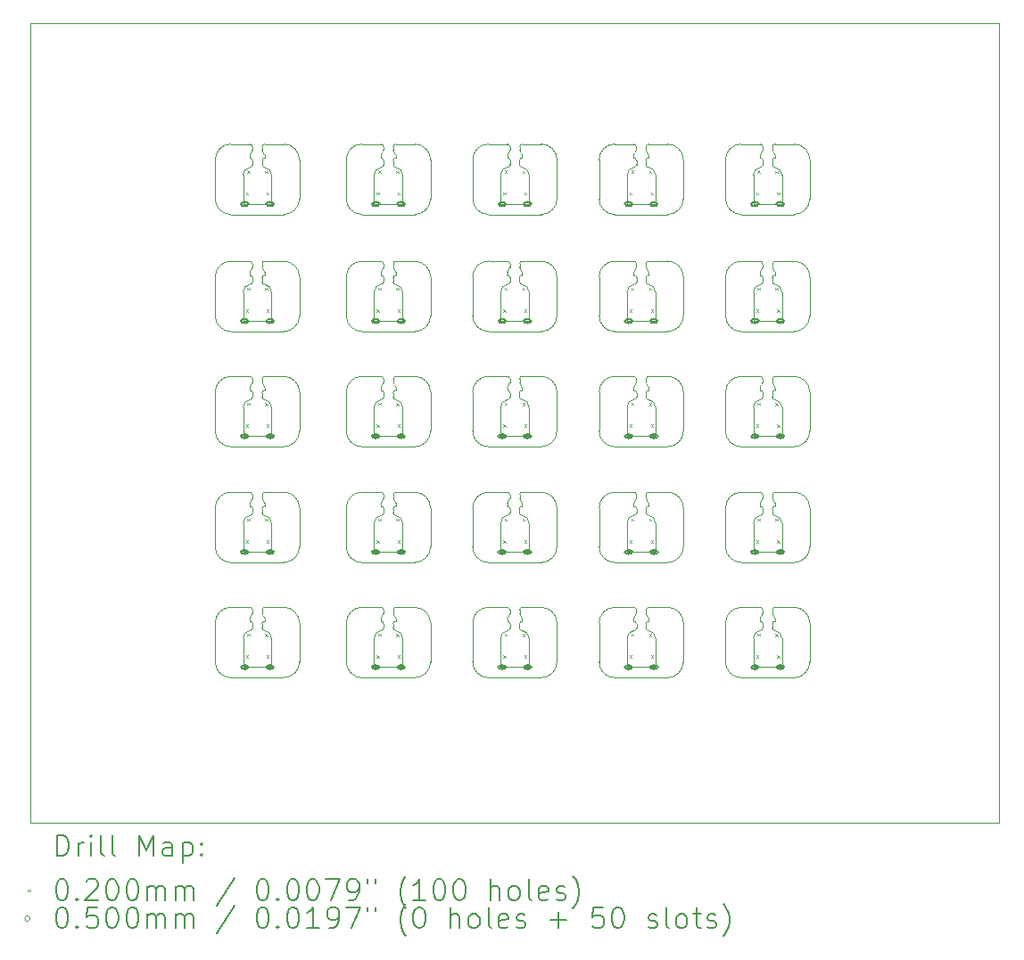
<source format=gbr>
%FSLAX45Y45*%
G04 Gerber Fmt 4.5, Leading zero omitted, Abs format (unit mm)*
G04 Created by KiCad (PCBNEW (6.0.0)) date 2022-01-23 05:48:25*
%MOMM*%
%LPD*%
G01*
G04 APERTURE LIST*
%TA.AperFunction,Profile*%
%ADD10C,0.050000*%
%TD*%
%ADD11C,0.200000*%
%ADD12C,0.020000*%
%ADD13C,0.050000*%
G04 APERTURE END LIST*
D10*
X18365000Y-6291848D02*
X18365000Y-6331508D01*
X18570000Y-6803934D02*
G75*
G03*
X18720000Y-6653934I0J150000D01*
G01*
X19460606Y-6221212D02*
G75*
G03*
X19473337Y-6193021I-17808J25012D01*
G01*
X18070000Y-6803934D02*
X18570000Y-6803934D01*
X20470000Y-6803934D02*
X20970000Y-6803934D01*
X19450355Y-6356152D02*
G75*
G03*
X19475000Y-6331508I0J24645D01*
G01*
X20790606Y-6240000D02*
G75*
G03*
X20778995Y-6221212I-21005J0D01*
G01*
X20673337Y-6160000D02*
G75*
G03*
X20648000Y-6135000I-25002J0D01*
G01*
X19770000Y-6803934D02*
G75*
G03*
X19920000Y-6653934I0J150000D01*
G01*
X17190606Y-6267203D02*
X17190606Y-6240000D01*
X20320000Y-6285000D02*
X20320000Y-6653934D01*
X18185000Y-6428726D02*
X18185000Y-6703934D01*
X18248000Y-6135000D02*
X18070000Y-6135000D01*
X17190606Y-6240000D02*
G75*
G03*
X17178995Y-6221212I-21005J0D01*
G01*
X18275000Y-6331508D02*
X18275000Y-6291848D01*
X19448000Y-6135000D02*
X19270000Y-6135000D01*
X20660606Y-6221212D02*
G75*
G03*
X20648995Y-6240000I9394J-18788D01*
G01*
X18273337Y-6193021D02*
X18273337Y-6160000D01*
X18365000Y-6331508D02*
G75*
G03*
X18389645Y-6356152I24645J0D01*
G01*
X20585000Y-6428726D02*
X20585000Y-6703934D01*
X19566265Y-6193021D02*
G75*
G03*
X19578995Y-6221212I30538J-3180D01*
G01*
X20675000Y-6291848D02*
G75*
G03*
X20648995Y-6267203I-24680J0D01*
G01*
X20855000Y-6703934D02*
X20855000Y-6428726D01*
X20792000Y-6135000D02*
G75*
G03*
X20766265Y-6160000I-1046J-24670D01*
G01*
X20470000Y-6135000D02*
G75*
G03*
X20320000Y-6285000I0J-150000D01*
G01*
X19565000Y-6291848D02*
X19565000Y-6331508D01*
X18250355Y-6356152D02*
G75*
G03*
X18275000Y-6331508I0J24645D01*
G01*
X19566265Y-6160000D02*
X19566265Y-6193021D01*
X20766265Y-6160000D02*
X20766265Y-6193021D01*
X18273337Y-6160000D02*
G75*
G03*
X18248000Y-6135000I-25002J0D01*
G01*
X20791005Y-6267203D02*
G75*
G03*
X20765000Y-6291848I-1325J-24645D01*
G01*
X20673337Y-6193021D02*
X20673337Y-6160000D01*
X20790606Y-6267203D02*
X20790606Y-6240000D01*
X20675000Y-6331508D02*
X20675000Y-6291848D01*
X19592000Y-6135000D02*
G75*
G03*
X19566265Y-6160000I-1046J-24670D01*
G01*
X21120000Y-6285000D02*
G75*
G03*
X20970000Y-6135000I-150000J0D01*
G01*
X19270000Y-6803934D02*
X19770000Y-6803934D01*
X19120000Y-6285000D02*
X19120000Y-6653934D01*
X20765000Y-6331508D02*
G75*
G03*
X20789645Y-6356152I24645J0D01*
G01*
X19475000Y-6291848D02*
G75*
G03*
X19448995Y-6267203I-24680J0D01*
G01*
X20650355Y-6356152D02*
G75*
G03*
X20585000Y-6428726I7617J-72573D01*
G01*
X19920000Y-6285000D02*
G75*
G03*
X19770000Y-6135000I-150000J0D01*
G01*
X20970000Y-6803934D02*
G75*
G03*
X21120000Y-6653934I0J150000D01*
G01*
X19460606Y-6221212D02*
G75*
G03*
X19448995Y-6240000I9394J-18788D01*
G01*
X19450355Y-6356152D02*
G75*
G03*
X19385000Y-6428726I7617J-72573D01*
G01*
X18390606Y-6267203D02*
X18390606Y-6240000D01*
X18390606Y-6240000D02*
G75*
G03*
X18378995Y-6221212I-21005J0D01*
G01*
X19270000Y-6135000D02*
G75*
G03*
X19120000Y-6285000I0J-150000D01*
G01*
X18260606Y-6221212D02*
G75*
G03*
X18248995Y-6240000I9394J-18788D01*
G01*
X18455000Y-6703934D02*
X18455000Y-6428726D01*
X17050355Y-6356152D02*
G75*
G03*
X16985000Y-6428726I7617J-72573D01*
G01*
X18070000Y-6135000D02*
G75*
G03*
X17920000Y-6285000I0J-150000D01*
G01*
X19475000Y-6331508D02*
X19475000Y-6291848D01*
X20585000Y-6703934D02*
X20855000Y-6703934D01*
X20855000Y-6428726D02*
G75*
G03*
X20789645Y-6356152I-72973J0D01*
G01*
X18391005Y-6267203D02*
G75*
G03*
X18365000Y-6291848I-1325J-24645D01*
G01*
X15831066Y-6291848D02*
G75*
G03*
X15805061Y-6267203I-24680J0D01*
G01*
X20648995Y-6240000D02*
X20648995Y-6267203D01*
X20320000Y-6653934D02*
G75*
G03*
X20470000Y-6803934I150000J0D01*
G01*
X18366265Y-6160000D02*
X18366265Y-6193021D01*
X15804066Y-6135000D02*
X15626066Y-6135000D01*
X17520000Y-6285000D02*
G75*
G03*
X17370000Y-6135000I-150000J0D01*
G01*
X15816672Y-6221212D02*
G75*
G03*
X15829403Y-6193021I-17808J25012D01*
G01*
X19448995Y-6240000D02*
X19448995Y-6267203D01*
X16985000Y-6703934D02*
X17255000Y-6703934D01*
X15921066Y-6291848D02*
X15921066Y-6331508D01*
X17520000Y-6653934D02*
X17520000Y-6285000D01*
X19590606Y-6267203D02*
X19590606Y-6240000D01*
X18260606Y-6221212D02*
G75*
G03*
X18273337Y-6193021I-17808J25012D01*
G01*
X17255000Y-6703934D02*
X17255000Y-6428726D01*
X16720000Y-6653934D02*
G75*
G03*
X16870000Y-6803934I150000J0D01*
G01*
X18570000Y-6135000D02*
X18392000Y-6135000D01*
X19770000Y-6135000D02*
X19592000Y-6135000D01*
X17255000Y-6428726D02*
G75*
G03*
X17189645Y-6356152I-72973J0D01*
G01*
X20648000Y-6135000D02*
X20470000Y-6135000D01*
X18720000Y-6653934D02*
X18720000Y-6285000D01*
X15946672Y-6240000D02*
G75*
G03*
X15935061Y-6221212I-21005J0D01*
G01*
X15816672Y-6221212D02*
G75*
G03*
X15805061Y-6240000I9394J-18788D01*
G01*
X17050355Y-6356152D02*
G75*
G03*
X17075000Y-6331508I0J24645D01*
G01*
X15922330Y-6160000D02*
X15922330Y-6193021D01*
X17075000Y-6291848D02*
G75*
G03*
X17048995Y-6267203I-24680J0D01*
G01*
X18720000Y-6285000D02*
G75*
G03*
X18570000Y-6135000I-150000J0D01*
G01*
X18185000Y-6703934D02*
X18455000Y-6703934D01*
X19473337Y-6160000D02*
G75*
G03*
X19448000Y-6135000I-25002J0D01*
G01*
X19590606Y-6240000D02*
G75*
G03*
X19578995Y-6221212I-21005J0D01*
G01*
X19473337Y-6193021D02*
X19473337Y-6160000D01*
X15626066Y-6135000D02*
G75*
G03*
X15476066Y-6285000I0J-150000D01*
G01*
X19120000Y-6653934D02*
G75*
G03*
X19270000Y-6803934I150000J0D01*
G01*
X16870000Y-6803934D02*
X17370000Y-6803934D01*
X20650355Y-6356152D02*
G75*
G03*
X20675000Y-6331508I0J24645D01*
G01*
X20765000Y-6291848D02*
X20765000Y-6331508D01*
X17920000Y-6285000D02*
X17920000Y-6653934D01*
X17073337Y-6193021D02*
X17073337Y-6160000D01*
X16011066Y-6703934D02*
X16011066Y-6428726D01*
X15806421Y-6356152D02*
G75*
G03*
X15831066Y-6331508I0J24645D01*
G01*
X20766265Y-6193021D02*
G75*
G03*
X20778995Y-6221212I30538J-3180D01*
G01*
X21120000Y-6653934D02*
X21120000Y-6285000D01*
X17920000Y-6653934D02*
G75*
G03*
X18070000Y-6803934I150000J0D01*
G01*
X19385000Y-6703934D02*
X19655000Y-6703934D01*
X17166265Y-6193021D02*
G75*
G03*
X17178995Y-6221212I30538J-3180D01*
G01*
X19385000Y-6428726D02*
X19385000Y-6703934D01*
X15829403Y-6160000D02*
G75*
G03*
X15804066Y-6135000I-25002J0D01*
G01*
X16720000Y-6285000D02*
X16720000Y-6653934D01*
X18366265Y-6193021D02*
G75*
G03*
X18378995Y-6221212I30538J-3180D01*
G01*
X15476066Y-6653934D02*
G75*
G03*
X15626066Y-6803934I150000J0D01*
G01*
X17048000Y-6135000D02*
X16870000Y-6135000D01*
X15948066Y-6135000D02*
G75*
G03*
X15922330Y-6160000I-1046J-24670D01*
G01*
X19655000Y-6703934D02*
X19655000Y-6428726D01*
X17048995Y-6240000D02*
X17048995Y-6267203D01*
X20970000Y-6135000D02*
X20792000Y-6135000D01*
X19655000Y-6428726D02*
G75*
G03*
X19589645Y-6356152I-72973J0D01*
G01*
X20660606Y-6221212D02*
G75*
G03*
X20673337Y-6193021I-17808J25012D01*
G01*
X16011066Y-6428726D02*
G75*
G03*
X15945711Y-6356152I-72973J0D01*
G01*
X15831066Y-6331508D02*
X15831066Y-6291848D01*
X16276066Y-6653934D02*
X16276066Y-6285000D01*
X15921066Y-6331508D02*
G75*
G03*
X15945711Y-6356152I24645J0D01*
G01*
X17166265Y-6160000D02*
X17166265Y-6193021D01*
X17370000Y-6803934D02*
G75*
G03*
X17520000Y-6653934I0J150000D01*
G01*
X18275000Y-6291848D02*
G75*
G03*
X18248995Y-6267203I-24680J0D01*
G01*
X18455000Y-6428726D02*
G75*
G03*
X18389645Y-6356152I-72973J0D01*
G01*
X17191005Y-6267203D02*
G75*
G03*
X17165000Y-6291848I-1325J-24645D01*
G01*
X15805061Y-6240000D02*
X15805061Y-6267203D01*
X15829403Y-6193021D02*
X15829403Y-6160000D01*
X18392000Y-6135000D02*
G75*
G03*
X18366265Y-6160000I-1046J-24670D01*
G01*
X15947071Y-6267203D02*
G75*
G03*
X15921066Y-6291848I-1325J-24645D01*
G01*
X17075000Y-6331508D02*
X17075000Y-6291848D01*
X17073337Y-6160000D02*
G75*
G03*
X17048000Y-6135000I-25002J0D01*
G01*
X15626066Y-6803934D02*
X16126066Y-6803934D01*
X16126066Y-6135000D02*
X15948066Y-6135000D01*
X17370000Y-6135000D02*
X17192000Y-6135000D01*
X17192000Y-6135000D02*
G75*
G03*
X17166265Y-6160000I-1046J-24670D01*
G01*
X19591005Y-6267203D02*
G75*
G03*
X19565000Y-6291848I-1325J-24645D01*
G01*
X15476066Y-6285000D02*
X15476066Y-6653934D01*
X19565000Y-6331508D02*
G75*
G03*
X19589645Y-6356152I24645J0D01*
G01*
X16870000Y-6135000D02*
G75*
G03*
X16720000Y-6285000I0J-150000D01*
G01*
X15922330Y-6193021D02*
G75*
G03*
X15935061Y-6221212I30538J-3180D01*
G01*
X18248995Y-6240000D02*
X18248995Y-6267203D01*
X15741066Y-6703934D02*
X16011066Y-6703934D01*
X17060606Y-6221212D02*
G75*
G03*
X17048995Y-6240000I9394J-18788D01*
G01*
X18250355Y-6356152D02*
G75*
G03*
X18185000Y-6428726I7617J-72573D01*
G01*
X16276066Y-6285000D02*
G75*
G03*
X16126066Y-6135000I-150000J0D01*
G01*
X15806421Y-6356152D02*
G75*
G03*
X15741066Y-6428726I7617J-72573D01*
G01*
X16126066Y-6803934D02*
G75*
G03*
X16276066Y-6653934I0J150000D01*
G01*
X19920000Y-6653934D02*
X19920000Y-6285000D01*
X15946672Y-6267203D02*
X15946672Y-6240000D01*
X17165000Y-6291848D02*
X17165000Y-6331508D01*
X16985000Y-6428726D02*
X16985000Y-6703934D01*
X15741066Y-6428726D02*
X15741066Y-6703934D01*
X17165000Y-6331508D02*
G75*
G03*
X17189645Y-6356152I24645J0D01*
G01*
X17060606Y-6221212D02*
G75*
G03*
X17073337Y-6193021I-17808J25012D01*
G01*
X20792000Y-7247132D02*
G75*
G03*
X20766265Y-7272132I-1046J-24670D01*
G01*
X20790606Y-7352132D02*
G75*
G03*
X20778995Y-7333345I-21005J0D01*
G01*
X19592000Y-7247132D02*
G75*
G03*
X19566265Y-7272132I-1046J-24670D01*
G01*
X20673337Y-7272132D02*
G75*
G03*
X20648000Y-7247132I-25002J0D01*
G01*
X20585000Y-7540858D02*
X20585000Y-7816066D01*
X20766265Y-7272132D02*
X20766265Y-7305153D01*
X20675000Y-7443640D02*
X20675000Y-7403980D01*
X20673337Y-7305153D02*
X20673337Y-7272132D01*
X20791005Y-7379335D02*
G75*
G03*
X20765000Y-7403980I-1325J-24645D01*
G01*
X20470000Y-7916066D02*
X20970000Y-7916066D01*
X20320000Y-7397132D02*
X20320000Y-7766066D01*
X20790606Y-7379335D02*
X20790606Y-7352132D01*
X21120000Y-7397132D02*
G75*
G03*
X20970000Y-7247132I-150000J0D01*
G01*
X19270000Y-7247132D02*
G75*
G03*
X19120000Y-7397132I0J-150000D01*
G01*
X19460606Y-7333345D02*
G75*
G03*
X19448995Y-7352132I9394J-18788D01*
G01*
X18248000Y-7247132D02*
X18070000Y-7247132D01*
X20765000Y-7443640D02*
G75*
G03*
X20789645Y-7468284I24645J0D01*
G01*
X19450355Y-7468284D02*
G75*
G03*
X19475000Y-7443640I0J24645D01*
G01*
X19120000Y-7397132D02*
X19120000Y-7766066D01*
X19270000Y-7916066D02*
X19770000Y-7916066D01*
X18365000Y-7403980D02*
X18365000Y-7443640D01*
X18070000Y-7916066D02*
X18570000Y-7916066D01*
X18273337Y-7272132D02*
G75*
G03*
X18248000Y-7247132I-25002J0D01*
G01*
X18185000Y-7540858D02*
X18185000Y-7816066D01*
X19450355Y-7468284D02*
G75*
G03*
X19385000Y-7540858I7617J-72573D01*
G01*
X19475000Y-7403980D02*
G75*
G03*
X19448995Y-7379335I-24680J0D01*
G01*
X18390606Y-7352132D02*
G75*
G03*
X18378995Y-7333345I-21005J0D01*
G01*
X18570000Y-7916066D02*
G75*
G03*
X18720000Y-7766066I0J150000D01*
G01*
X17190606Y-7352132D02*
G75*
G03*
X17178995Y-7333345I-21005J0D01*
G01*
X18275000Y-7443640D02*
X18275000Y-7403980D01*
X19920000Y-7397132D02*
G75*
G03*
X19770000Y-7247132I-150000J0D01*
G01*
X19770000Y-7916066D02*
G75*
G03*
X19920000Y-7766066I0J150000D01*
G01*
X18390606Y-7379335D02*
X18390606Y-7352132D01*
X20970000Y-7916066D02*
G75*
G03*
X21120000Y-7766066I0J150000D01*
G01*
X20470000Y-7247132D02*
G75*
G03*
X20320000Y-7397132I0J-150000D01*
G01*
X20650355Y-7468284D02*
G75*
G03*
X20585000Y-7540858I7617J-72573D01*
G01*
X19460606Y-7333345D02*
G75*
G03*
X19473337Y-7305153I-17808J25012D01*
G01*
X17190606Y-7379335D02*
X17190606Y-7352132D01*
X20675000Y-7403980D02*
G75*
G03*
X20648995Y-7379335I-24680J0D01*
G01*
X20660606Y-7333345D02*
G75*
G03*
X20648995Y-7352132I9394J-18788D01*
G01*
X19566265Y-7272132D02*
X19566265Y-7305153D01*
X20855000Y-7816066D02*
X20855000Y-7540858D01*
X18273337Y-7305153D02*
X18273337Y-7272132D01*
X18365000Y-7443640D02*
G75*
G03*
X18389645Y-7468284I24645J0D01*
G01*
X19448000Y-7247132D02*
X19270000Y-7247132D01*
X18250355Y-7468284D02*
G75*
G03*
X18275000Y-7443640I0J24645D01*
G01*
X19565000Y-7403980D02*
X19565000Y-7443640D01*
X19566265Y-7305153D02*
G75*
G03*
X19578995Y-7333345I30538J-3180D01*
G01*
X19655000Y-7816066D02*
X19655000Y-7540858D01*
X20660606Y-7333345D02*
G75*
G03*
X20673337Y-7305153I-17808J25012D01*
G01*
X18455000Y-7816066D02*
X18455000Y-7540858D01*
X20766265Y-7305153D02*
G75*
G03*
X20778995Y-7333345I30538J-3180D01*
G01*
X19475000Y-7443640D02*
X19475000Y-7403980D01*
X20585000Y-7816066D02*
X20855000Y-7816066D01*
X20855000Y-7540858D02*
G75*
G03*
X20789645Y-7468284I-72973J0D01*
G01*
X20648995Y-7352132D02*
X20648995Y-7379335D01*
X19473337Y-7272132D02*
G75*
G03*
X19448000Y-7247132I-25002J0D01*
G01*
X18260606Y-7333345D02*
G75*
G03*
X18273337Y-7305153I-17808J25012D01*
G01*
X19590606Y-7379335D02*
X19590606Y-7352132D01*
X20650355Y-7468284D02*
G75*
G03*
X20675000Y-7443640I0J24645D01*
G01*
X19473337Y-7305153D02*
X19473337Y-7272132D01*
X20320000Y-7766066D02*
G75*
G03*
X20470000Y-7916066I150000J0D01*
G01*
X18570000Y-7247132D02*
X18392000Y-7247132D01*
X20765000Y-7403980D02*
X20765000Y-7443640D01*
X19655000Y-7540858D02*
G75*
G03*
X19589645Y-7468284I-72973J0D01*
G01*
X21120000Y-7766066D02*
X21120000Y-7397132D01*
X19590606Y-7352132D02*
G75*
G03*
X19578995Y-7333345I-21005J0D01*
G01*
X17920000Y-7766066D02*
G75*
G03*
X18070000Y-7916066I150000J0D01*
G01*
X18070000Y-7247132D02*
G75*
G03*
X17920000Y-7397132I0J-150000D01*
G01*
X19770000Y-7247132D02*
X19592000Y-7247132D01*
X17920000Y-7397132D02*
X17920000Y-7766066D01*
X18391005Y-7379335D02*
G75*
G03*
X18365000Y-7403980I-1325J-24645D01*
G01*
X17166265Y-7305153D02*
G75*
G03*
X17178995Y-7333345I30538J-3180D01*
G01*
X18720000Y-7766066D02*
X18720000Y-7397132D01*
X19120000Y-7766066D02*
G75*
G03*
X19270000Y-7916066I150000J0D01*
G01*
X18366265Y-7272132D02*
X18366265Y-7305153D01*
X19385000Y-7816066D02*
X19655000Y-7816066D01*
X20970000Y-7247132D02*
X20792000Y-7247132D01*
X20648000Y-7247132D02*
X20470000Y-7247132D01*
X18366265Y-7305153D02*
G75*
G03*
X18378995Y-7333345I30538J-3180D01*
G01*
X15831066Y-7403980D02*
G75*
G03*
X15805061Y-7379335I-24680J0D01*
G01*
X17073337Y-7305153D02*
X17073337Y-7272132D01*
X19448995Y-7352132D02*
X19448995Y-7379335D01*
X16720000Y-7766066D02*
G75*
G03*
X16870000Y-7916066I150000J0D01*
G01*
X15626066Y-7247132D02*
G75*
G03*
X15476066Y-7397132I0J-150000D01*
G01*
X15921066Y-7403980D02*
X15921066Y-7443640D01*
X17255000Y-7540858D02*
G75*
G03*
X17189645Y-7468284I-72973J0D01*
G01*
X15946672Y-7352132D02*
G75*
G03*
X15935061Y-7333345I-21005J0D01*
G01*
X18720000Y-7397132D02*
G75*
G03*
X18570000Y-7247132I-150000J0D01*
G01*
X19385000Y-7540858D02*
X19385000Y-7816066D01*
X17048000Y-7247132D02*
X16870000Y-7247132D01*
X18260606Y-7333345D02*
G75*
G03*
X18248995Y-7352132I9394J-18788D01*
G01*
X18185000Y-7816066D02*
X18455000Y-7816066D01*
X17520000Y-7766066D02*
X17520000Y-7397132D01*
X15816672Y-7333345D02*
G75*
G03*
X15829403Y-7305153I-17808J25012D01*
G01*
X16870000Y-7916066D02*
X17370000Y-7916066D01*
X15816672Y-7333345D02*
G75*
G03*
X15805061Y-7352132I9394J-18788D01*
G01*
X17050355Y-7468284D02*
G75*
G03*
X16985000Y-7540858I7617J-72573D01*
G01*
X16011066Y-7816066D02*
X16011066Y-7540858D01*
X17050355Y-7468284D02*
G75*
G03*
X17075000Y-7443640I0J24645D01*
G01*
X16985000Y-7816066D02*
X17255000Y-7816066D01*
X17075000Y-7403980D02*
G75*
G03*
X17048995Y-7379335I-24680J0D01*
G01*
X15804066Y-7247132D02*
X15626066Y-7247132D01*
X16720000Y-7397132D02*
X16720000Y-7766066D01*
X15948066Y-7247132D02*
G75*
G03*
X15922330Y-7272132I-1046J-24670D01*
G01*
X15806421Y-7468284D02*
G75*
G03*
X15831066Y-7443640I0J24645D01*
G01*
X15476066Y-7766066D02*
G75*
G03*
X15626066Y-7916066I150000J0D01*
G01*
X17048995Y-7352132D02*
X17048995Y-7379335D01*
X17520000Y-7397132D02*
G75*
G03*
X17370000Y-7247132I-150000J0D01*
G01*
X15829403Y-7272132D02*
G75*
G03*
X15804066Y-7247132I-25002J0D01*
G01*
X17255000Y-7816066D02*
X17255000Y-7540858D01*
X15922330Y-7272132D02*
X15922330Y-7305153D01*
X17192000Y-7247132D02*
G75*
G03*
X17166265Y-7272132I-1046J-24670D01*
G01*
X19591005Y-7379335D02*
G75*
G03*
X19565000Y-7403980I-1325J-24645D01*
G01*
X15476066Y-7397132D02*
X15476066Y-7766066D01*
X19565000Y-7443640D02*
G75*
G03*
X19589645Y-7468284I24645J0D01*
G01*
X16870000Y-7247132D02*
G75*
G03*
X16720000Y-7397132I0J-150000D01*
G01*
X17370000Y-7247132D02*
X17192000Y-7247132D01*
X15922330Y-7305153D02*
G75*
G03*
X15935061Y-7333345I30538J-3180D01*
G01*
X18248995Y-7352132D02*
X18248995Y-7379335D01*
X17060606Y-7333345D02*
G75*
G03*
X17048995Y-7352132I9394J-18788D01*
G01*
X18250355Y-7468284D02*
G75*
G03*
X18185000Y-7540858I7617J-72573D01*
G01*
X15806421Y-7468284D02*
G75*
G03*
X15741066Y-7540858I7617J-72573D01*
G01*
X15741066Y-7816066D02*
X16011066Y-7816066D01*
X16985000Y-7540858D02*
X16985000Y-7816066D01*
X17060606Y-7333345D02*
G75*
G03*
X17073337Y-7305153I-17808J25012D01*
G01*
X19920000Y-7766066D02*
X19920000Y-7397132D01*
X18275000Y-7403980D02*
G75*
G03*
X18248995Y-7379335I-24680J0D01*
G01*
X17166265Y-7272132D02*
X17166265Y-7305153D01*
X17191005Y-7379335D02*
G75*
G03*
X17165000Y-7403980I-1325J-24645D01*
G01*
X18392000Y-7247132D02*
G75*
G03*
X18366265Y-7272132I-1046J-24670D01*
G01*
X18455000Y-7540858D02*
G75*
G03*
X18389645Y-7468284I-72973J0D01*
G01*
X17165000Y-7443640D02*
G75*
G03*
X17189645Y-7468284I24645J0D01*
G01*
X17370000Y-7916066D02*
G75*
G03*
X17520000Y-7766066I0J150000D01*
G01*
X17075000Y-7443640D02*
X17075000Y-7403980D01*
X17073337Y-7272132D02*
G75*
G03*
X17048000Y-7247132I-25002J0D01*
G01*
X15946672Y-7379335D02*
X15946672Y-7352132D01*
X15829403Y-7305153D02*
X15829403Y-7272132D01*
X15741066Y-7540858D02*
X15741066Y-7816066D01*
X17165000Y-7403980D02*
X17165000Y-7443640D01*
X15626066Y-7916066D02*
X16126066Y-7916066D01*
X16276066Y-7397132D02*
G75*
G03*
X16126066Y-7247132I-150000J0D01*
G01*
X15947071Y-7379335D02*
G75*
G03*
X15921066Y-7403980I-1325J-24645D01*
G01*
X16126066Y-7916066D02*
G75*
G03*
X16276066Y-7766066I0J150000D01*
G01*
X15805061Y-7352132D02*
X15805061Y-7379335D01*
X19270000Y-8341066D02*
G75*
G03*
X19120000Y-8491066I0J-150000D01*
G01*
X19592000Y-8341066D02*
G75*
G03*
X19566264Y-8366066I-1046J-24670D01*
G01*
X19460606Y-8427279D02*
G75*
G03*
X19448995Y-8446066I9394J-18788D01*
G01*
X20790606Y-8446066D02*
G75*
G03*
X20778995Y-8427279I-21005J0D01*
G01*
X20673337Y-8399087D02*
X20673337Y-8366066D01*
X20470000Y-9010000D02*
X20970000Y-9010000D01*
X20585000Y-8634792D02*
X20585000Y-8910000D01*
X20791005Y-8473269D02*
G75*
G03*
X20765000Y-8497914I-1325J-24645D01*
G01*
X21120000Y-8491066D02*
G75*
G03*
X20970000Y-8341066I-150000J0D01*
G01*
X20675000Y-8537574D02*
X20675000Y-8497914D01*
X20766264Y-8366066D02*
X20766264Y-8399087D01*
X20673337Y-8366066D02*
G75*
G03*
X20648000Y-8341066I-25002J0D01*
G01*
X20792000Y-8341066D02*
G75*
G03*
X20766264Y-8366066I-1046J-24670D01*
G01*
X20790606Y-8473269D02*
X20790606Y-8446066D01*
X20320000Y-8491066D02*
X20320000Y-8860000D01*
X20470000Y-8341066D02*
G75*
G03*
X20320000Y-8491066I0J-150000D01*
G01*
X16126066Y-7247132D02*
X15948066Y-7247132D01*
X15921066Y-7443640D02*
G75*
G03*
X15945711Y-7468284I24645J0D01*
G01*
X20650355Y-8562218D02*
G75*
G03*
X20585000Y-8634792I7617J-72573D01*
G01*
X20766264Y-8399087D02*
G75*
G03*
X20778995Y-8427279I30538J-3180D01*
G01*
X20585000Y-8910000D02*
X20855000Y-8910000D01*
X20675000Y-8497914D02*
G75*
G03*
X20648995Y-8473269I-24680J0D01*
G01*
X20855000Y-8634792D02*
G75*
G03*
X20789645Y-8562218I-72973J0D01*
G01*
X20648995Y-8446066D02*
X20648995Y-8473269D01*
X20660606Y-8427279D02*
G75*
G03*
X20648995Y-8446066I9394J-18788D01*
G01*
X19473337Y-8366066D02*
G75*
G03*
X19448000Y-8341066I-25002J0D01*
G01*
X19590606Y-8473269D02*
X19590606Y-8446066D01*
X16276066Y-7766066D02*
X16276066Y-7397132D01*
X20650355Y-8562218D02*
G75*
G03*
X20675000Y-8537574I0J24645D01*
G01*
X20320000Y-8860000D02*
G75*
G03*
X20470000Y-9010000I150000J0D01*
G01*
X19566264Y-8366066D02*
X19566264Y-8399087D01*
X19566264Y-8399087D02*
G75*
G03*
X19578995Y-8427279I30538J-3180D01*
G01*
X19590606Y-8446066D02*
G75*
G03*
X19578995Y-8427279I-21005J0D01*
G01*
X20970000Y-8341066D02*
X20792000Y-8341066D01*
X20855000Y-8910000D02*
X20855000Y-8634792D01*
X20765000Y-8497914D02*
X20765000Y-8537574D01*
X20648000Y-8341066D02*
X20470000Y-8341066D01*
X20970000Y-9010000D02*
G75*
G03*
X21120000Y-8860000I0J150000D01*
G01*
X21120000Y-8860000D02*
X21120000Y-8491066D01*
X20765000Y-8537574D02*
G75*
G03*
X20789645Y-8562218I24645J0D01*
G01*
X19473337Y-8399087D02*
X19473337Y-8366066D01*
X20660606Y-8427279D02*
G75*
G03*
X20673337Y-8399087I-17808J25012D01*
G01*
X16011066Y-7540858D02*
G75*
G03*
X15945711Y-7468284I-72973J0D01*
G01*
X15831066Y-7443640D02*
X15831066Y-7403980D01*
X18365000Y-8537574D02*
G75*
G03*
X18389645Y-8562218I24645J0D01*
G01*
X19450355Y-8562218D02*
G75*
G03*
X19475000Y-8537574I0J24645D01*
G01*
X19120000Y-8491066D02*
X19120000Y-8860000D01*
X17920000Y-8860000D02*
G75*
G03*
X18070000Y-9010000I150000J0D01*
G01*
X19475000Y-8537574D02*
X19475000Y-8497914D01*
X19385000Y-8910000D02*
X19655000Y-8910000D01*
X19270000Y-9010000D02*
X19770000Y-9010000D01*
X18365000Y-8497914D02*
X18365000Y-8537574D01*
X18070000Y-9010000D02*
X18570000Y-9010000D01*
X19655000Y-8634792D02*
G75*
G03*
X19589645Y-8562218I-72973J0D01*
G01*
X18570000Y-8341066D02*
X18392000Y-8341066D01*
X18273337Y-8366066D02*
G75*
G03*
X18248000Y-8341066I-25002J0D01*
G01*
X18273337Y-8399087D02*
X18273337Y-8366066D01*
X18070000Y-8341066D02*
G75*
G03*
X17920000Y-8491066I0J-150000D01*
G01*
X19565000Y-8497914D02*
X19565000Y-8537574D01*
X19120000Y-8860000D02*
G75*
G03*
X19270000Y-9010000I150000J0D01*
G01*
X19770000Y-8341066D02*
X19592000Y-8341066D01*
X18185000Y-8634792D02*
X18185000Y-8910000D01*
X19450355Y-8562218D02*
G75*
G03*
X19385000Y-8634792I7617J-72573D01*
G01*
X19475000Y-8497914D02*
G75*
G03*
X19448995Y-8473269I-24680J0D01*
G01*
X19770000Y-9010000D02*
G75*
G03*
X19920000Y-8860000I0J150000D01*
G01*
X18390606Y-8446066D02*
G75*
G03*
X18378995Y-8427279I-21005J0D01*
G01*
X18260606Y-8427279D02*
G75*
G03*
X18273337Y-8399087I-17808J25012D01*
G01*
X17166264Y-8399087D02*
G75*
G03*
X17178995Y-8427279I30538J-3180D01*
G01*
X18248000Y-8341066D02*
X18070000Y-8341066D01*
X18391005Y-8473269D02*
G75*
G03*
X18365000Y-8497914I-1325J-24645D01*
G01*
X18570000Y-9010000D02*
G75*
G03*
X18720000Y-8860000I0J150000D01*
G01*
X18720000Y-8860000D02*
X18720000Y-8491066D01*
X17190606Y-8446066D02*
G75*
G03*
X17178995Y-8427279I-21005J0D01*
G01*
X18250355Y-8562218D02*
G75*
G03*
X18275000Y-8537574I0J24645D01*
G01*
X18455000Y-8910000D02*
X18455000Y-8634792D01*
X19460606Y-8427279D02*
G75*
G03*
X19473337Y-8399087I-17808J25012D01*
G01*
X19655000Y-8910000D02*
X19655000Y-8634792D01*
X17920000Y-8491066D02*
X17920000Y-8860000D01*
X19448000Y-8341066D02*
X19270000Y-8341066D01*
X17190606Y-8473269D02*
X17190606Y-8446066D01*
X18390606Y-8473269D02*
X18390606Y-8446066D01*
X18366264Y-8366066D02*
X18366264Y-8399087D01*
X18275000Y-8537574D02*
X18275000Y-8497914D01*
X19920000Y-8491066D02*
G75*
G03*
X19770000Y-8341066I-150000J0D01*
G01*
X17192000Y-8341066D02*
G75*
G03*
X17166264Y-8366066I-1046J-24670D01*
G01*
X19565000Y-8537574D02*
G75*
G03*
X19589645Y-8562218I24645J0D01*
G01*
X18248995Y-8446066D02*
X18248995Y-8473269D01*
X19920000Y-8860000D02*
X19920000Y-8491066D01*
X17166264Y-8366066D02*
X17166264Y-8399087D01*
X18366264Y-8399087D02*
G75*
G03*
X18378995Y-8427279I30538J-3180D01*
G01*
X17073337Y-8399087D02*
X17073337Y-8366066D01*
X18392000Y-8341066D02*
G75*
G03*
X18366264Y-8366066I-1046J-24670D01*
G01*
X17060606Y-8427279D02*
G75*
G03*
X17048995Y-8446066I9394J-18788D01*
G01*
X18250355Y-8562218D02*
G75*
G03*
X18185000Y-8634792I7617J-72573D01*
G01*
X18455000Y-8634792D02*
G75*
G03*
X18389645Y-8562218I-72973J0D01*
G01*
X19448995Y-8446066D02*
X19448995Y-8473269D01*
X18275000Y-8497914D02*
G75*
G03*
X18248995Y-8473269I-24680J0D01*
G01*
X18720000Y-8491066D02*
G75*
G03*
X18570000Y-8341066I-150000J0D01*
G01*
X19385000Y-8634792D02*
X19385000Y-8910000D01*
X19591005Y-8473269D02*
G75*
G03*
X19565000Y-8497914I-1325J-24645D01*
G01*
X18260606Y-8427279D02*
G75*
G03*
X18248995Y-8446066I9394J-18788D01*
G01*
X18185000Y-8910000D02*
X18455000Y-8910000D01*
X16870000Y-8341066D02*
G75*
G03*
X16720000Y-8491066I0J-150000D01*
G01*
X17073337Y-8366066D02*
G75*
G03*
X17048000Y-8341066I-25002J0D01*
G01*
X17048000Y-8341066D02*
X16870000Y-8341066D01*
X17050355Y-8562218D02*
G75*
G03*
X17075000Y-8537574I0J24645D01*
G01*
X17060606Y-8427279D02*
G75*
G03*
X17073337Y-8399087I-17808J25012D01*
G01*
X17520000Y-8860000D02*
X17520000Y-8491066D01*
X16985000Y-8910000D02*
X17255000Y-8910000D01*
X16985000Y-8634792D02*
X16985000Y-8910000D01*
X16870000Y-9010000D02*
X17370000Y-9010000D01*
X17165000Y-8497914D02*
X17165000Y-8537574D01*
X16720000Y-8860000D02*
G75*
G03*
X16870000Y-9010000I150000J0D01*
G01*
X17050355Y-8562218D02*
G75*
G03*
X16985000Y-8634792I7617J-72573D01*
G01*
X17075000Y-8497914D02*
G75*
G03*
X17048995Y-8473269I-24680J0D01*
G01*
X17191005Y-8473269D02*
G75*
G03*
X17165000Y-8497914I-1325J-24645D01*
G01*
X17370000Y-9010000D02*
G75*
G03*
X17520000Y-8860000I0J150000D01*
G01*
X17048995Y-8446066D02*
X17048995Y-8473269D01*
X17165000Y-8537574D02*
G75*
G03*
X17189645Y-8562218I24645J0D01*
G01*
X17255000Y-8634792D02*
G75*
G03*
X17189645Y-8562218I-72973J0D01*
G01*
X17075000Y-8537574D02*
X17075000Y-8497914D01*
X17255000Y-8910000D02*
X17255000Y-8634792D01*
X16720000Y-8491066D02*
X16720000Y-8860000D01*
X17520000Y-8491066D02*
G75*
G03*
X17370000Y-8341066I-150000J0D01*
G01*
X17370000Y-8341066D02*
X17192000Y-8341066D01*
X15922330Y-8366066D02*
X15922330Y-8399087D01*
X15922330Y-8399087D02*
G75*
G03*
X15935061Y-8427279I30538J-3180D01*
G01*
X15829403Y-8366066D02*
G75*
G03*
X15804066Y-8341066I-25002J0D01*
G01*
X15946672Y-8446066D02*
G75*
G03*
X15935061Y-8427279I-21005J0D01*
G01*
X15948066Y-8341066D02*
G75*
G03*
X15922330Y-8366066I-1046J-24670D01*
G01*
X15946672Y-8473269D02*
X15946672Y-8446066D01*
X15816672Y-8427279D02*
G75*
G03*
X15805061Y-8446066I9394J-18788D01*
G01*
X15829403Y-8399087D02*
X15829403Y-8366066D01*
X15626066Y-8341066D02*
G75*
G03*
X15476066Y-8491066I0J-150000D01*
G01*
X15806421Y-8562218D02*
G75*
G03*
X15831066Y-8537574I0J24645D01*
G01*
X15816672Y-8427279D02*
G75*
G03*
X15829403Y-8399087I-17808J25012D01*
G01*
X15741066Y-8634792D02*
X15741066Y-8910000D01*
X15921066Y-8497914D02*
X15921066Y-8537574D01*
X15476066Y-8860000D02*
G75*
G03*
X15626066Y-9010000I150000J0D01*
G01*
X15741066Y-8910000D02*
X16011066Y-8910000D01*
X16011066Y-8910000D02*
X16011066Y-8634792D01*
X15804066Y-8341066D02*
X15626066Y-8341066D01*
X15806421Y-8562218D02*
G75*
G03*
X15741066Y-8634792I7617J-72573D01*
G01*
X15831066Y-8497914D02*
G75*
G03*
X15805061Y-8473269I-24680J0D01*
G01*
X15476066Y-8491066D02*
X15476066Y-8860000D01*
X15626066Y-9010000D02*
X16126066Y-9010000D01*
X16276066Y-8491066D02*
G75*
G03*
X16126066Y-8341066I-150000J0D01*
G01*
X15947071Y-8473269D02*
G75*
G03*
X15921066Y-8497914I-1325J-24645D01*
G01*
X16126066Y-9010000D02*
G75*
G03*
X16276066Y-8860000I0J150000D01*
G01*
X16126066Y-8341066D02*
X15948066Y-8341066D01*
X15921066Y-8537574D02*
G75*
G03*
X15945711Y-8562218I24645J0D01*
G01*
X16011066Y-8634792D02*
G75*
G03*
X15945711Y-8562218I-72973J0D01*
G01*
X15831066Y-8537574D02*
X15831066Y-8497914D01*
X16276066Y-8860000D02*
X16276066Y-8491066D01*
X15805061Y-8446066D02*
X15805061Y-8473269D01*
X19270000Y-9441066D02*
G75*
G03*
X19120000Y-9591066I0J-150000D01*
G01*
X19592000Y-9441066D02*
G75*
G03*
X19566264Y-9466066I-1046J-24670D01*
G01*
X19460606Y-9527279D02*
G75*
G03*
X19448995Y-9546066I9394J-18788D01*
G01*
X20790606Y-9546066D02*
G75*
G03*
X20778995Y-9527279I-21005J0D01*
G01*
X20673337Y-9499087D02*
X20673337Y-9466066D01*
X20470000Y-10110000D02*
X20970000Y-10110000D01*
X20585000Y-9734792D02*
X20585000Y-10010000D01*
X20791005Y-9573269D02*
G75*
G03*
X20765000Y-9597914I-1325J-24645D01*
G01*
X21120000Y-9591066D02*
G75*
G03*
X20970000Y-9441066I-150000J0D01*
G01*
X20675000Y-9637574D02*
X20675000Y-9597914D01*
X20766264Y-9466066D02*
X20766264Y-9499087D01*
X20673337Y-9466066D02*
G75*
G03*
X20648000Y-9441066I-25002J0D01*
G01*
X20792000Y-9441066D02*
G75*
G03*
X20766264Y-9466066I-1046J-24670D01*
G01*
X20790606Y-9573269D02*
X20790606Y-9546066D01*
X20320000Y-9591066D02*
X20320000Y-9960000D01*
X20470000Y-9441066D02*
G75*
G03*
X20320000Y-9591066I0J-150000D01*
G01*
X20650355Y-9662218D02*
G75*
G03*
X20585000Y-9734792I7617J-72573D01*
G01*
X20766264Y-9499087D02*
G75*
G03*
X20778995Y-9527279I30538J-3180D01*
G01*
X20585000Y-10010000D02*
X20855000Y-10010000D01*
X20675000Y-9597914D02*
G75*
G03*
X20648995Y-9573269I-24680J0D01*
G01*
X20855000Y-9734792D02*
G75*
G03*
X20789645Y-9662218I-72973J0D01*
G01*
X20648995Y-9546066D02*
X20648995Y-9573269D01*
X20660606Y-9527279D02*
G75*
G03*
X20648995Y-9546066I9394J-18788D01*
G01*
X19473337Y-9466066D02*
G75*
G03*
X19448000Y-9441066I-25002J0D01*
G01*
X19590606Y-9573269D02*
X19590606Y-9546066D01*
X20650355Y-9662218D02*
G75*
G03*
X20675000Y-9637574I0J24645D01*
G01*
X20320000Y-9960000D02*
G75*
G03*
X20470000Y-10110000I150000J0D01*
G01*
X19566264Y-9466066D02*
X19566264Y-9499087D01*
X19566264Y-9499087D02*
G75*
G03*
X19578995Y-9527279I30538J-3180D01*
G01*
X19590606Y-9546066D02*
G75*
G03*
X19578995Y-9527279I-21005J0D01*
G01*
X20970000Y-9441066D02*
X20792000Y-9441066D01*
X20855000Y-10010000D02*
X20855000Y-9734792D01*
X20765000Y-9597914D02*
X20765000Y-9637574D01*
X20648000Y-9441066D02*
X20470000Y-9441066D01*
X20970000Y-10110000D02*
G75*
G03*
X21120000Y-9960000I0J150000D01*
G01*
X21120000Y-9960000D02*
X21120000Y-9591066D01*
X20765000Y-9637574D02*
G75*
G03*
X20789645Y-9662218I24645J0D01*
G01*
X19473337Y-9499087D02*
X19473337Y-9466066D01*
X20660606Y-9527279D02*
G75*
G03*
X20673337Y-9499087I-17808J25012D01*
G01*
X18365000Y-9637574D02*
G75*
G03*
X18389645Y-9662218I24645J0D01*
G01*
X19450355Y-9662218D02*
G75*
G03*
X19475000Y-9637574I0J24645D01*
G01*
X19120000Y-9591066D02*
X19120000Y-9960000D01*
X17920000Y-9960000D02*
G75*
G03*
X18070000Y-10110000I150000J0D01*
G01*
X19475000Y-9637574D02*
X19475000Y-9597914D01*
X19385000Y-10010000D02*
X19655000Y-10010000D01*
X19270000Y-10110000D02*
X19770000Y-10110000D01*
X18365000Y-9597914D02*
X18365000Y-9637574D01*
X18070000Y-10110000D02*
X18570000Y-10110000D01*
X19655000Y-9734792D02*
G75*
G03*
X19589645Y-9662218I-72973J0D01*
G01*
X18570000Y-9441066D02*
X18392000Y-9441066D01*
X18273337Y-9466066D02*
G75*
G03*
X18248000Y-9441066I-25002J0D01*
G01*
X18273337Y-9499087D02*
X18273337Y-9466066D01*
X18070000Y-9441066D02*
G75*
G03*
X17920000Y-9591066I0J-150000D01*
G01*
X19565000Y-9597914D02*
X19565000Y-9637574D01*
X19120000Y-9960000D02*
G75*
G03*
X19270000Y-10110000I150000J0D01*
G01*
X19770000Y-9441066D02*
X19592000Y-9441066D01*
X18185000Y-9734792D02*
X18185000Y-10010000D01*
X19450355Y-9662218D02*
G75*
G03*
X19385000Y-9734792I7617J-72573D01*
G01*
X19475000Y-9597914D02*
G75*
G03*
X19448995Y-9573269I-24680J0D01*
G01*
X19770000Y-10110000D02*
G75*
G03*
X19920000Y-9960000I0J150000D01*
G01*
X18390606Y-9546066D02*
G75*
G03*
X18378995Y-9527279I-21005J0D01*
G01*
X18260606Y-9527279D02*
G75*
G03*
X18273337Y-9499087I-17808J25012D01*
G01*
X17166264Y-9499087D02*
G75*
G03*
X17178995Y-9527279I30538J-3180D01*
G01*
X18248000Y-9441066D02*
X18070000Y-9441066D01*
X18391005Y-9573269D02*
G75*
G03*
X18365000Y-9597914I-1325J-24645D01*
G01*
X18570000Y-10110000D02*
G75*
G03*
X18720000Y-9960000I0J150000D01*
G01*
X18720000Y-9960000D02*
X18720000Y-9591066D01*
X17190606Y-9546066D02*
G75*
G03*
X17178995Y-9527279I-21005J0D01*
G01*
X18250355Y-9662218D02*
G75*
G03*
X18275000Y-9637574I0J24645D01*
G01*
X18455000Y-10010000D02*
X18455000Y-9734792D01*
X19460606Y-9527279D02*
G75*
G03*
X19473337Y-9499087I-17808J25012D01*
G01*
X19655000Y-10010000D02*
X19655000Y-9734792D01*
X17920000Y-9591066D02*
X17920000Y-9960000D01*
X19448000Y-9441066D02*
X19270000Y-9441066D01*
X17190606Y-9573269D02*
X17190606Y-9546066D01*
X18390606Y-9573269D02*
X18390606Y-9546066D01*
X18366264Y-9466066D02*
X18366264Y-9499087D01*
X18275000Y-9637574D02*
X18275000Y-9597914D01*
X19920000Y-9591066D02*
G75*
G03*
X19770000Y-9441066I-150000J0D01*
G01*
X17192000Y-9441066D02*
G75*
G03*
X17166264Y-9466066I-1046J-24670D01*
G01*
X19565000Y-9637574D02*
G75*
G03*
X19589645Y-9662218I24645J0D01*
G01*
X18248995Y-9546066D02*
X18248995Y-9573269D01*
X19920000Y-9960000D02*
X19920000Y-9591066D01*
X17166264Y-9466066D02*
X17166264Y-9499087D01*
X18366264Y-9499087D02*
G75*
G03*
X18378995Y-9527279I30538J-3180D01*
G01*
X17073337Y-9499087D02*
X17073337Y-9466066D01*
X18392000Y-9441066D02*
G75*
G03*
X18366264Y-9466066I-1046J-24670D01*
G01*
X17060606Y-9527279D02*
G75*
G03*
X17048995Y-9546066I9394J-18788D01*
G01*
X18250355Y-9662218D02*
G75*
G03*
X18185000Y-9734792I7617J-72573D01*
G01*
X18455000Y-9734792D02*
G75*
G03*
X18389645Y-9662218I-72973J0D01*
G01*
X19448995Y-9546066D02*
X19448995Y-9573269D01*
X18275000Y-9597914D02*
G75*
G03*
X18248995Y-9573269I-24680J0D01*
G01*
X18720000Y-9591066D02*
G75*
G03*
X18570000Y-9441066I-150000J0D01*
G01*
X19385000Y-9734792D02*
X19385000Y-10010000D01*
X19591005Y-9573269D02*
G75*
G03*
X19565000Y-9597914I-1325J-24645D01*
G01*
X18260606Y-9527279D02*
G75*
G03*
X18248995Y-9546066I9394J-18788D01*
G01*
X18185000Y-10010000D02*
X18455000Y-10010000D01*
X16870000Y-9441066D02*
G75*
G03*
X16720000Y-9591066I0J-150000D01*
G01*
X17073337Y-9466066D02*
G75*
G03*
X17048000Y-9441066I-25002J0D01*
G01*
X17048000Y-9441066D02*
X16870000Y-9441066D01*
X17050355Y-9662218D02*
G75*
G03*
X17075000Y-9637574I0J24645D01*
G01*
X17060606Y-9527279D02*
G75*
G03*
X17073337Y-9499087I-17808J25012D01*
G01*
X17520000Y-9960000D02*
X17520000Y-9591066D01*
X16985000Y-10010000D02*
X17255000Y-10010000D01*
X16985000Y-9734792D02*
X16985000Y-10010000D01*
X16870000Y-10110000D02*
X17370000Y-10110000D01*
X17165000Y-9597914D02*
X17165000Y-9637574D01*
X16720000Y-9960000D02*
G75*
G03*
X16870000Y-10110000I150000J0D01*
G01*
X17050355Y-9662218D02*
G75*
G03*
X16985000Y-9734792I7617J-72573D01*
G01*
X17075000Y-9597914D02*
G75*
G03*
X17048995Y-9573269I-24680J0D01*
G01*
X17191005Y-9573269D02*
G75*
G03*
X17165000Y-9597914I-1325J-24645D01*
G01*
X17370000Y-10110000D02*
G75*
G03*
X17520000Y-9960000I0J150000D01*
G01*
X17048995Y-9546066D02*
X17048995Y-9573269D01*
X17165000Y-9637574D02*
G75*
G03*
X17189645Y-9662218I24645J0D01*
G01*
X17255000Y-9734792D02*
G75*
G03*
X17189645Y-9662218I-72973J0D01*
G01*
X17075000Y-9637574D02*
X17075000Y-9597914D01*
X17255000Y-10010000D02*
X17255000Y-9734792D01*
X16720000Y-9591066D02*
X16720000Y-9960000D01*
X17520000Y-9591066D02*
G75*
G03*
X17370000Y-9441066I-150000J0D01*
G01*
X17370000Y-9441066D02*
X17192000Y-9441066D01*
X15922330Y-9466066D02*
X15922330Y-9499087D01*
X15922330Y-9499087D02*
G75*
G03*
X15935061Y-9527279I30538J-3180D01*
G01*
X15829403Y-9466066D02*
G75*
G03*
X15804066Y-9441066I-25002J0D01*
G01*
X15946672Y-9546066D02*
G75*
G03*
X15935061Y-9527279I-21005J0D01*
G01*
X15948066Y-9441066D02*
G75*
G03*
X15922330Y-9466066I-1046J-24670D01*
G01*
X15946672Y-9573269D02*
X15946672Y-9546066D01*
X15816672Y-9527279D02*
G75*
G03*
X15805061Y-9546066I9394J-18788D01*
G01*
X15829403Y-9499087D02*
X15829403Y-9466066D01*
X15626066Y-9441066D02*
G75*
G03*
X15476066Y-9591066I0J-150000D01*
G01*
X15806421Y-9662218D02*
G75*
G03*
X15831066Y-9637574I0J24645D01*
G01*
X15816672Y-9527279D02*
G75*
G03*
X15829403Y-9499087I-17808J25012D01*
G01*
X15741066Y-9734792D02*
X15741066Y-10010000D01*
X15921066Y-9597914D02*
X15921066Y-9637574D01*
X15476066Y-9960000D02*
G75*
G03*
X15626066Y-10110000I150000J0D01*
G01*
X15741066Y-10010000D02*
X16011066Y-10010000D01*
X16011066Y-10010000D02*
X16011066Y-9734792D01*
X15804066Y-9441066D02*
X15626066Y-9441066D01*
X15806421Y-9662218D02*
G75*
G03*
X15741066Y-9734792I7617J-72573D01*
G01*
X15831066Y-9597914D02*
G75*
G03*
X15805061Y-9573269I-24680J0D01*
G01*
X15476066Y-9591066D02*
X15476066Y-9960000D01*
X15626066Y-10110000D02*
X16126066Y-10110000D01*
X16276066Y-9591066D02*
G75*
G03*
X16126066Y-9441066I-150000J0D01*
G01*
X15947071Y-9573269D02*
G75*
G03*
X15921066Y-9597914I-1325J-24645D01*
G01*
X16126066Y-10110000D02*
G75*
G03*
X16276066Y-9960000I0J150000D01*
G01*
X16126066Y-9441066D02*
X15948066Y-9441066D01*
X15921066Y-9637574D02*
G75*
G03*
X15945711Y-9662218I24645J0D01*
G01*
X16011066Y-9734792D02*
G75*
G03*
X15945711Y-9662218I-72973J0D01*
G01*
X15831066Y-9637574D02*
X15831066Y-9597914D01*
X16276066Y-9960000D02*
X16276066Y-9591066D01*
X15805061Y-9546066D02*
X15805061Y-9573269D01*
X20766264Y-10560000D02*
X20766264Y-10593021D01*
X20766264Y-10593021D02*
G75*
G03*
X20778995Y-10621213I30538J-3180D01*
G01*
X20673337Y-10560000D02*
G75*
G03*
X20648000Y-10535000I-25002J0D01*
G01*
X20790606Y-10640000D02*
G75*
G03*
X20778995Y-10621213I-21005J0D01*
G01*
X20792000Y-10535000D02*
G75*
G03*
X20766264Y-10560000I-1046J-24670D01*
G01*
X20790606Y-10667203D02*
X20790606Y-10640000D01*
X20660606Y-10621213D02*
G75*
G03*
X20648995Y-10640000I9394J-18788D01*
G01*
X20673337Y-10593021D02*
X20673337Y-10560000D01*
X20470000Y-10535000D02*
G75*
G03*
X20320000Y-10685000I0J-150000D01*
G01*
X20650355Y-10756152D02*
G75*
G03*
X20675000Y-10731508I0J24645D01*
G01*
X20660606Y-10621213D02*
G75*
G03*
X20673337Y-10593021I-17808J25012D01*
G01*
X20585000Y-10828726D02*
X20585000Y-11103934D01*
X20765000Y-10691848D02*
X20765000Y-10731508D01*
X20320000Y-11053934D02*
G75*
G03*
X20470000Y-11203934I150000J0D01*
G01*
X20585000Y-11103934D02*
X20855000Y-11103934D01*
X20855000Y-11103934D02*
X20855000Y-10828726D01*
X20648000Y-10535000D02*
X20470000Y-10535000D01*
X20650355Y-10756152D02*
G75*
G03*
X20585000Y-10828726I7617J-72573D01*
G01*
X20675000Y-10691848D02*
G75*
G03*
X20648995Y-10667203I-24680J0D01*
G01*
X20320000Y-10685000D02*
X20320000Y-11053934D01*
X20470000Y-11203934D02*
X20970000Y-11203934D01*
X21120000Y-10685000D02*
G75*
G03*
X20970000Y-10535000I-150000J0D01*
G01*
X20791005Y-10667203D02*
G75*
G03*
X20765000Y-10691848I-1325J-24645D01*
G01*
X20970000Y-11203934D02*
G75*
G03*
X21120000Y-11053934I0J150000D01*
G01*
X20970000Y-10535000D02*
X20792000Y-10535000D01*
X20765000Y-10731508D02*
G75*
G03*
X20789645Y-10756152I24645J0D01*
G01*
X20855000Y-10828726D02*
G75*
G03*
X20789645Y-10756152I-72973J0D01*
G01*
X20675000Y-10731508D02*
X20675000Y-10691848D01*
X21120000Y-11053934D02*
X21120000Y-10685000D01*
X20648995Y-10640000D02*
X20648995Y-10667203D01*
X19566264Y-10560000D02*
X19566264Y-10593021D01*
X19566264Y-10593021D02*
G75*
G03*
X19578995Y-10621213I30538J-3180D01*
G01*
X19473337Y-10560000D02*
G75*
G03*
X19448000Y-10535000I-25002J0D01*
G01*
X19590606Y-10640000D02*
G75*
G03*
X19578995Y-10621213I-21005J0D01*
G01*
X19592000Y-10535000D02*
G75*
G03*
X19566264Y-10560000I-1046J-24670D01*
G01*
X19590606Y-10667203D02*
X19590606Y-10640000D01*
X19460606Y-10621213D02*
G75*
G03*
X19448995Y-10640000I9394J-18788D01*
G01*
X19473337Y-10593021D02*
X19473337Y-10560000D01*
X19270000Y-10535000D02*
G75*
G03*
X19120000Y-10685000I0J-150000D01*
G01*
X19450355Y-10756152D02*
G75*
G03*
X19475000Y-10731508I0J24645D01*
G01*
X19460606Y-10621213D02*
G75*
G03*
X19473337Y-10593021I-17808J25012D01*
G01*
X19385000Y-10828726D02*
X19385000Y-11103934D01*
X19565000Y-10691848D02*
X19565000Y-10731508D01*
X19120000Y-11053934D02*
G75*
G03*
X19270000Y-11203934I150000J0D01*
G01*
X19385000Y-11103934D02*
X19655000Y-11103934D01*
X19655000Y-11103934D02*
X19655000Y-10828726D01*
X19448000Y-10535000D02*
X19270000Y-10535000D01*
X19450355Y-10756152D02*
G75*
G03*
X19385000Y-10828726I7617J-72573D01*
G01*
X19475000Y-10691848D02*
G75*
G03*
X19448995Y-10667203I-24680J0D01*
G01*
X19120000Y-10685000D02*
X19120000Y-11053934D01*
X19270000Y-11203934D02*
X19770000Y-11203934D01*
X19920000Y-10685000D02*
G75*
G03*
X19770000Y-10535000I-150000J0D01*
G01*
X19591005Y-10667203D02*
G75*
G03*
X19565000Y-10691848I-1325J-24645D01*
G01*
X19770000Y-11203934D02*
G75*
G03*
X19920000Y-11053934I0J150000D01*
G01*
X19770000Y-10535000D02*
X19592000Y-10535000D01*
X19565000Y-10731508D02*
G75*
G03*
X19589645Y-10756152I24645J0D01*
G01*
X19655000Y-10828726D02*
G75*
G03*
X19589645Y-10756152I-72973J0D01*
G01*
X19475000Y-10731508D02*
X19475000Y-10691848D01*
X19920000Y-11053934D02*
X19920000Y-10685000D01*
X19448995Y-10640000D02*
X19448995Y-10667203D01*
X18366264Y-10560000D02*
X18366264Y-10593021D01*
X18366264Y-10593021D02*
G75*
G03*
X18378995Y-10621213I30538J-3180D01*
G01*
X18273337Y-10560000D02*
G75*
G03*
X18248000Y-10535000I-25002J0D01*
G01*
X18390606Y-10640000D02*
G75*
G03*
X18378995Y-10621213I-21005J0D01*
G01*
X18392000Y-10535000D02*
G75*
G03*
X18366264Y-10560000I-1046J-24670D01*
G01*
X18390606Y-10667203D02*
X18390606Y-10640000D01*
X18260606Y-10621213D02*
G75*
G03*
X18248995Y-10640000I9394J-18788D01*
G01*
X18273337Y-10593021D02*
X18273337Y-10560000D01*
X18070000Y-10535000D02*
G75*
G03*
X17920000Y-10685000I0J-150000D01*
G01*
X18250355Y-10756152D02*
G75*
G03*
X18275000Y-10731508I0J24645D01*
G01*
X18260606Y-10621213D02*
G75*
G03*
X18273337Y-10593021I-17808J25012D01*
G01*
X18185000Y-10828726D02*
X18185000Y-11103934D01*
X18365000Y-10691848D02*
X18365000Y-10731508D01*
X17920000Y-11053934D02*
G75*
G03*
X18070000Y-11203934I150000J0D01*
G01*
X18185000Y-11103934D02*
X18455000Y-11103934D01*
X18455000Y-11103934D02*
X18455000Y-10828726D01*
X18248000Y-10535000D02*
X18070000Y-10535000D01*
X18250355Y-10756152D02*
G75*
G03*
X18185000Y-10828726I7617J-72573D01*
G01*
X18275000Y-10691848D02*
G75*
G03*
X18248995Y-10667203I-24680J0D01*
G01*
X17920000Y-10685000D02*
X17920000Y-11053934D01*
X18070000Y-11203934D02*
X18570000Y-11203934D01*
X18720000Y-10685000D02*
G75*
G03*
X18570000Y-10535000I-150000J0D01*
G01*
X18391005Y-10667203D02*
G75*
G03*
X18365000Y-10691848I-1325J-24645D01*
G01*
X18570000Y-11203934D02*
G75*
G03*
X18720000Y-11053934I0J150000D01*
G01*
X18570000Y-10535000D02*
X18392000Y-10535000D01*
X18365000Y-10731508D02*
G75*
G03*
X18389645Y-10756152I24645J0D01*
G01*
X18455000Y-10828726D02*
G75*
G03*
X18389645Y-10756152I-72973J0D01*
G01*
X18275000Y-10731508D02*
X18275000Y-10691848D01*
X18720000Y-11053934D02*
X18720000Y-10685000D01*
X18248995Y-10640000D02*
X18248995Y-10667203D01*
X17166264Y-10560000D02*
X17166264Y-10593021D01*
X17166264Y-10593021D02*
G75*
G03*
X17178995Y-10621213I30538J-3180D01*
G01*
X17073337Y-10560000D02*
G75*
G03*
X17048000Y-10535000I-25002J0D01*
G01*
X17190606Y-10640000D02*
G75*
G03*
X17178995Y-10621213I-21005J0D01*
G01*
X17192000Y-10535000D02*
G75*
G03*
X17166264Y-10560000I-1046J-24670D01*
G01*
X17190606Y-10667203D02*
X17190606Y-10640000D01*
X17060606Y-10621213D02*
G75*
G03*
X17048995Y-10640000I9394J-18788D01*
G01*
X17073337Y-10593021D02*
X17073337Y-10560000D01*
X16870000Y-10535000D02*
G75*
G03*
X16720000Y-10685000I0J-150000D01*
G01*
X17050355Y-10756152D02*
G75*
G03*
X17075000Y-10731508I0J24645D01*
G01*
X17060606Y-10621213D02*
G75*
G03*
X17073337Y-10593021I-17808J25012D01*
G01*
X16985000Y-10828726D02*
X16985000Y-11103934D01*
X17165000Y-10691848D02*
X17165000Y-10731508D01*
X16720000Y-11053934D02*
G75*
G03*
X16870000Y-11203934I150000J0D01*
G01*
X16985000Y-11103934D02*
X17255000Y-11103934D01*
X17255000Y-11103934D02*
X17255000Y-10828726D01*
X17048000Y-10535000D02*
X16870000Y-10535000D01*
X17050355Y-10756152D02*
G75*
G03*
X16985000Y-10828726I7617J-72573D01*
G01*
X17075000Y-10691848D02*
G75*
G03*
X17048995Y-10667203I-24680J0D01*
G01*
X16720000Y-10685000D02*
X16720000Y-11053934D01*
X16870000Y-11203934D02*
X17370000Y-11203934D01*
X17520000Y-10685000D02*
G75*
G03*
X17370000Y-10535000I-150000J0D01*
G01*
X17191005Y-10667203D02*
G75*
G03*
X17165000Y-10691848I-1325J-24645D01*
G01*
X17370000Y-11203934D02*
G75*
G03*
X17520000Y-11053934I0J150000D01*
G01*
X17370000Y-10535000D02*
X17192000Y-10535000D01*
X17165000Y-10731508D02*
G75*
G03*
X17189645Y-10756152I24645J0D01*
G01*
X17255000Y-10828726D02*
G75*
G03*
X17189645Y-10756152I-72973J0D01*
G01*
X17075000Y-10731508D02*
X17075000Y-10691848D01*
X17520000Y-11053934D02*
X17520000Y-10685000D01*
X17048995Y-10640000D02*
X17048995Y-10667203D01*
X15948066Y-10535000D02*
G75*
G03*
X15922330Y-10560000I-1046J-24670D01*
G01*
X15829402Y-10560000D02*
G75*
G03*
X15804066Y-10535000I-25002J0D01*
G01*
X15946672Y-10640000D02*
G75*
G03*
X15935061Y-10621213I-21005J0D01*
G01*
X15922330Y-10560000D02*
X15922330Y-10593021D01*
X15922330Y-10593021D02*
G75*
G03*
X15935061Y-10621213I30538J-3180D01*
G01*
X15816672Y-10621213D02*
G75*
G03*
X15829402Y-10593021I-17808J25012D01*
G01*
X15829402Y-10593021D02*
X15829402Y-10560000D01*
X15946672Y-10667203D02*
X15946672Y-10640000D01*
X15816672Y-10621213D02*
G75*
G03*
X15805061Y-10640000I9394J-18788D01*
G01*
X15626066Y-11203934D02*
X16126066Y-11203934D01*
X15805061Y-10640000D02*
X15805061Y-10667203D01*
X16276066Y-11053934D02*
X16276066Y-10685000D01*
X15626066Y-10535000D02*
G75*
G03*
X15476066Y-10685000I0J-150000D01*
G01*
X15806421Y-10756152D02*
G75*
G03*
X15831066Y-10731508I0J24645D01*
G01*
X16126066Y-10535000D02*
X15948066Y-10535000D01*
X15921066Y-10731508D02*
G75*
G03*
X15945711Y-10756152I24645J0D01*
G01*
X16126066Y-11203934D02*
G75*
G03*
X16276066Y-11053934I0J150000D01*
G01*
X13720000Y-4985000D02*
X22920000Y-4985000D01*
X22920000Y-4985000D02*
X22920000Y-12585000D01*
X22920000Y-12585000D02*
X13720000Y-12585000D01*
X13720000Y-12585000D02*
X13720000Y-4985000D01*
X15947071Y-10667203D02*
G75*
G03*
X15921066Y-10691848I-1325J-24645D01*
G01*
X16276066Y-10685000D02*
G75*
G03*
X16126066Y-10535000I-150000J0D01*
G01*
X15806421Y-10756152D02*
G75*
G03*
X15741066Y-10828726I7617J-72573D01*
G01*
X15804066Y-10535000D02*
X15626066Y-10535000D01*
X15476066Y-10685000D02*
X15476066Y-11053934D01*
X15831066Y-10691848D02*
G75*
G03*
X15805061Y-10667203I-24680J0D01*
G01*
X16011066Y-11103934D02*
X16011066Y-10828726D01*
X15741066Y-11103934D02*
X16011066Y-11103934D01*
X16011066Y-10828726D02*
G75*
G03*
X15945711Y-10756152I-72973J0D01*
G01*
X15831066Y-10731508D02*
X15831066Y-10691848D01*
X15476066Y-11053934D02*
G75*
G03*
X15626066Y-11203934I150000J0D01*
G01*
X15741066Y-10828726D02*
X15741066Y-11103934D01*
X15921066Y-10691848D02*
X15921066Y-10731508D01*
D11*
D12*
X15766066Y-10993934D02*
X15786066Y-11013934D01*
X15786066Y-10993934D02*
X15766066Y-11013934D01*
X15766066Y-8800000D02*
X15786066Y-8820000D01*
X15786066Y-8800000D02*
X15766066Y-8820000D01*
X15766066Y-9900000D02*
X15786066Y-9920000D01*
X15786066Y-9900000D02*
X15766066Y-9920000D01*
X15766066Y-6593934D02*
X15786066Y-6613934D01*
X15786066Y-6593934D02*
X15766066Y-6613934D01*
X15766066Y-7706066D02*
X15786066Y-7726066D01*
X15786066Y-7706066D02*
X15766066Y-7726066D01*
X15781066Y-10787734D02*
X15801066Y-10807734D01*
X15801066Y-10787734D02*
X15781066Y-10807734D01*
X15781066Y-8593800D02*
X15801066Y-8613800D01*
X15801066Y-8593800D02*
X15781066Y-8613800D01*
X15781066Y-9693800D02*
X15801066Y-9713800D01*
X15801066Y-9693800D02*
X15781066Y-9713800D01*
X15781066Y-6387734D02*
X15801066Y-6407734D01*
X15801066Y-6387734D02*
X15781066Y-6407734D01*
X15781066Y-7499866D02*
X15801066Y-7519866D01*
X15801066Y-7499866D02*
X15781066Y-7519866D01*
X15951066Y-10788934D02*
X15971066Y-10808934D01*
X15971066Y-10788934D02*
X15951066Y-10808934D01*
X15951066Y-8595000D02*
X15971066Y-8615000D01*
X15971066Y-8595000D02*
X15951066Y-8615000D01*
X15951066Y-9695000D02*
X15971066Y-9715000D01*
X15971066Y-9695000D02*
X15951066Y-9715000D01*
X15951066Y-6388934D02*
X15971066Y-6408934D01*
X15971066Y-6388934D02*
X15951066Y-6408934D01*
X15951066Y-7501066D02*
X15971066Y-7521066D01*
X15971066Y-7501066D02*
X15951066Y-7521066D01*
X15966066Y-10993934D02*
X15986066Y-11013934D01*
X15986066Y-10993934D02*
X15966066Y-11013934D01*
X15966066Y-8800000D02*
X15986066Y-8820000D01*
X15986066Y-8800000D02*
X15966066Y-8820000D01*
X15966066Y-9900000D02*
X15986066Y-9920000D01*
X15986066Y-9900000D02*
X15966066Y-9920000D01*
X15966066Y-6593934D02*
X15986066Y-6613934D01*
X15986066Y-6593934D02*
X15966066Y-6613934D01*
X15966066Y-7706066D02*
X15986066Y-7726066D01*
X15986066Y-7706066D02*
X15966066Y-7726066D01*
X17010000Y-10993934D02*
X17030000Y-11013934D01*
X17030000Y-10993934D02*
X17010000Y-11013934D01*
X17010000Y-8800000D02*
X17030000Y-8820000D01*
X17030000Y-8800000D02*
X17010000Y-8820000D01*
X17010000Y-9900000D02*
X17030000Y-9920000D01*
X17030000Y-9900000D02*
X17010000Y-9920000D01*
X17010000Y-6593934D02*
X17030000Y-6613934D01*
X17030000Y-6593934D02*
X17010000Y-6613934D01*
X17010000Y-7706066D02*
X17030000Y-7726066D01*
X17030000Y-7706066D02*
X17010000Y-7726066D01*
X17025000Y-10787734D02*
X17045000Y-10807734D01*
X17045000Y-10787734D02*
X17025000Y-10807734D01*
X17025000Y-8593800D02*
X17045000Y-8613800D01*
X17045000Y-8593800D02*
X17025000Y-8613800D01*
X17025000Y-9693800D02*
X17045000Y-9713800D01*
X17045000Y-9693800D02*
X17025000Y-9713800D01*
X17025000Y-6387734D02*
X17045000Y-6407734D01*
X17045000Y-6387734D02*
X17025000Y-6407734D01*
X17025000Y-7499866D02*
X17045000Y-7519866D01*
X17045000Y-7499866D02*
X17025000Y-7519866D01*
X17195000Y-10788934D02*
X17215000Y-10808934D01*
X17215000Y-10788934D02*
X17195000Y-10808934D01*
X17195000Y-8595000D02*
X17215000Y-8615000D01*
X17215000Y-8595000D02*
X17195000Y-8615000D01*
X17195000Y-9695000D02*
X17215000Y-9715000D01*
X17215000Y-9695000D02*
X17195000Y-9715000D01*
X17195000Y-6388934D02*
X17215000Y-6408934D01*
X17215000Y-6388934D02*
X17195000Y-6408934D01*
X17195000Y-7501066D02*
X17215000Y-7521066D01*
X17215000Y-7501066D02*
X17195000Y-7521066D01*
X17210000Y-10993934D02*
X17230000Y-11013934D01*
X17230000Y-10993934D02*
X17210000Y-11013934D01*
X17210000Y-8800000D02*
X17230000Y-8820000D01*
X17230000Y-8800000D02*
X17210000Y-8820000D01*
X17210000Y-9900000D02*
X17230000Y-9920000D01*
X17230000Y-9900000D02*
X17210000Y-9920000D01*
X17210000Y-6593934D02*
X17230000Y-6613934D01*
X17230000Y-6593934D02*
X17210000Y-6613934D01*
X17210000Y-7706066D02*
X17230000Y-7726066D01*
X17230000Y-7706066D02*
X17210000Y-7726066D01*
X18210000Y-10993934D02*
X18230000Y-11013934D01*
X18230000Y-10993934D02*
X18210000Y-11013934D01*
X18210000Y-8800000D02*
X18230000Y-8820000D01*
X18230000Y-8800000D02*
X18210000Y-8820000D01*
X18210000Y-9900000D02*
X18230000Y-9920000D01*
X18230000Y-9900000D02*
X18210000Y-9920000D01*
X18210000Y-6593934D02*
X18230000Y-6613934D01*
X18230000Y-6593934D02*
X18210000Y-6613934D01*
X18210000Y-7706066D02*
X18230000Y-7726066D01*
X18230000Y-7706066D02*
X18210000Y-7726066D01*
X18225000Y-10787734D02*
X18245000Y-10807734D01*
X18245000Y-10787734D02*
X18225000Y-10807734D01*
X18225000Y-8593800D02*
X18245000Y-8613800D01*
X18245000Y-8593800D02*
X18225000Y-8613800D01*
X18225000Y-9693800D02*
X18245000Y-9713800D01*
X18245000Y-9693800D02*
X18225000Y-9713800D01*
X18225000Y-6387734D02*
X18245000Y-6407734D01*
X18245000Y-6387734D02*
X18225000Y-6407734D01*
X18225000Y-7499866D02*
X18245000Y-7519866D01*
X18245000Y-7499866D02*
X18225000Y-7519866D01*
X18395000Y-10788934D02*
X18415000Y-10808934D01*
X18415000Y-10788934D02*
X18395000Y-10808934D01*
X18395000Y-8595000D02*
X18415000Y-8615000D01*
X18415000Y-8595000D02*
X18395000Y-8615000D01*
X18395000Y-9695000D02*
X18415000Y-9715000D01*
X18415000Y-9695000D02*
X18395000Y-9715000D01*
X18395000Y-6388934D02*
X18415000Y-6408934D01*
X18415000Y-6388934D02*
X18395000Y-6408934D01*
X18395000Y-7501066D02*
X18415000Y-7521066D01*
X18415000Y-7501066D02*
X18395000Y-7521066D01*
X18410000Y-10993934D02*
X18430000Y-11013934D01*
X18430000Y-10993934D02*
X18410000Y-11013934D01*
X18410000Y-8800000D02*
X18430000Y-8820000D01*
X18430000Y-8800000D02*
X18410000Y-8820000D01*
X18410000Y-9900000D02*
X18430000Y-9920000D01*
X18430000Y-9900000D02*
X18410000Y-9920000D01*
X18410000Y-6593934D02*
X18430000Y-6613934D01*
X18430000Y-6593934D02*
X18410000Y-6613934D01*
X18410000Y-7706066D02*
X18430000Y-7726066D01*
X18430000Y-7706066D02*
X18410000Y-7726066D01*
X19410000Y-10993934D02*
X19430000Y-11013934D01*
X19430000Y-10993934D02*
X19410000Y-11013934D01*
X19410000Y-8800000D02*
X19430000Y-8820000D01*
X19430000Y-8800000D02*
X19410000Y-8820000D01*
X19410000Y-9900000D02*
X19430000Y-9920000D01*
X19430000Y-9900000D02*
X19410000Y-9920000D01*
X19410000Y-6593934D02*
X19430000Y-6613934D01*
X19430000Y-6593934D02*
X19410000Y-6613934D01*
X19410000Y-7706066D02*
X19430000Y-7726066D01*
X19430000Y-7706066D02*
X19410000Y-7726066D01*
X19425000Y-10787734D02*
X19445000Y-10807734D01*
X19445000Y-10787734D02*
X19425000Y-10807734D01*
X19425000Y-8593800D02*
X19445000Y-8613800D01*
X19445000Y-8593800D02*
X19425000Y-8613800D01*
X19425000Y-9693800D02*
X19445000Y-9713800D01*
X19445000Y-9693800D02*
X19425000Y-9713800D01*
X19425000Y-6387734D02*
X19445000Y-6407734D01*
X19445000Y-6387734D02*
X19425000Y-6407734D01*
X19425000Y-7499866D02*
X19445000Y-7519866D01*
X19445000Y-7499866D02*
X19425000Y-7519866D01*
X19595000Y-10788934D02*
X19615000Y-10808934D01*
X19615000Y-10788934D02*
X19595000Y-10808934D01*
X19595000Y-8595000D02*
X19615000Y-8615000D01*
X19615000Y-8595000D02*
X19595000Y-8615000D01*
X19595000Y-9695000D02*
X19615000Y-9715000D01*
X19615000Y-9695000D02*
X19595000Y-9715000D01*
X19595000Y-6388934D02*
X19615000Y-6408934D01*
X19615000Y-6388934D02*
X19595000Y-6408934D01*
X19595000Y-7501066D02*
X19615000Y-7521066D01*
X19615000Y-7501066D02*
X19595000Y-7521066D01*
X19610000Y-10993934D02*
X19630000Y-11013934D01*
X19630000Y-10993934D02*
X19610000Y-11013934D01*
X19610000Y-8800000D02*
X19630000Y-8820000D01*
X19630000Y-8800000D02*
X19610000Y-8820000D01*
X19610000Y-9900000D02*
X19630000Y-9920000D01*
X19630000Y-9900000D02*
X19610000Y-9920000D01*
X19610000Y-6593934D02*
X19630000Y-6613934D01*
X19630000Y-6593934D02*
X19610000Y-6613934D01*
X19610000Y-7706066D02*
X19630000Y-7726066D01*
X19630000Y-7706066D02*
X19610000Y-7726066D01*
X20610000Y-10993934D02*
X20630000Y-11013934D01*
X20630000Y-10993934D02*
X20610000Y-11013934D01*
X20610000Y-8800000D02*
X20630000Y-8820000D01*
X20630000Y-8800000D02*
X20610000Y-8820000D01*
X20610000Y-9900000D02*
X20630000Y-9920000D01*
X20630000Y-9900000D02*
X20610000Y-9920000D01*
X20610000Y-6593934D02*
X20630000Y-6613934D01*
X20630000Y-6593934D02*
X20610000Y-6613934D01*
X20610000Y-7706066D02*
X20630000Y-7726066D01*
X20630000Y-7706066D02*
X20610000Y-7726066D01*
X20625000Y-10787734D02*
X20645000Y-10807734D01*
X20645000Y-10787734D02*
X20625000Y-10807734D01*
X20625000Y-8593800D02*
X20645000Y-8613800D01*
X20645000Y-8593800D02*
X20625000Y-8613800D01*
X20625000Y-9693800D02*
X20645000Y-9713800D01*
X20645000Y-9693800D02*
X20625000Y-9713800D01*
X20625000Y-6387734D02*
X20645000Y-6407734D01*
X20645000Y-6387734D02*
X20625000Y-6407734D01*
X20625000Y-7499866D02*
X20645000Y-7519866D01*
X20645000Y-7499866D02*
X20625000Y-7519866D01*
X20795000Y-10788934D02*
X20815000Y-10808934D01*
X20815000Y-10788934D02*
X20795000Y-10808934D01*
X20795000Y-8595000D02*
X20815000Y-8615000D01*
X20815000Y-8595000D02*
X20795000Y-8615000D01*
X20795000Y-9695000D02*
X20815000Y-9715000D01*
X20815000Y-9695000D02*
X20795000Y-9715000D01*
X20795000Y-6388934D02*
X20815000Y-6408934D01*
X20815000Y-6388934D02*
X20795000Y-6408934D01*
X20795000Y-7501066D02*
X20815000Y-7521066D01*
X20815000Y-7501066D02*
X20795000Y-7521066D01*
X20810000Y-10993934D02*
X20830000Y-11013934D01*
X20830000Y-10993934D02*
X20810000Y-11013934D01*
X20810000Y-8800000D02*
X20830000Y-8820000D01*
X20830000Y-8800000D02*
X20810000Y-8820000D01*
X20810000Y-9900000D02*
X20830000Y-9920000D01*
X20830000Y-9900000D02*
X20810000Y-9920000D01*
X20810000Y-6593934D02*
X20830000Y-6613934D01*
X20830000Y-6593934D02*
X20810000Y-6613934D01*
X20810000Y-7706066D02*
X20830000Y-7726066D01*
X20830000Y-7706066D02*
X20810000Y-7726066D01*
D13*
X15781066Y-11103934D02*
G75*
G03*
X15781066Y-11103934I-25000J0D01*
G01*
D11*
X15731066Y-11118934D02*
X15781066Y-11118934D01*
X15731066Y-11088934D02*
X15781066Y-11088934D01*
X15781066Y-11118934D02*
G75*
G03*
X15781066Y-11088934I0J15000D01*
G01*
X15731066Y-11088934D02*
G75*
G03*
X15731066Y-11118934I0J-15000D01*
G01*
D13*
X15781066Y-8910000D02*
G75*
G03*
X15781066Y-8910000I-25000J0D01*
G01*
D11*
X15731066Y-8925000D02*
X15781066Y-8925000D01*
X15731066Y-8895000D02*
X15781066Y-8895000D01*
X15781066Y-8925000D02*
G75*
G03*
X15781066Y-8895000I0J15000D01*
G01*
X15731066Y-8895000D02*
G75*
G03*
X15731066Y-8925000I0J-15000D01*
G01*
D13*
X15781066Y-10010000D02*
G75*
G03*
X15781066Y-10010000I-25000J0D01*
G01*
D11*
X15731066Y-10025000D02*
X15781066Y-10025000D01*
X15731066Y-9995000D02*
X15781066Y-9995000D01*
X15781066Y-10025000D02*
G75*
G03*
X15781066Y-9995000I0J15000D01*
G01*
X15731066Y-9995000D02*
G75*
G03*
X15731066Y-10025000I0J-15000D01*
G01*
D13*
X15781066Y-6703934D02*
G75*
G03*
X15781066Y-6703934I-25000J0D01*
G01*
D11*
X15731066Y-6718934D02*
X15781066Y-6718934D01*
X15731066Y-6688934D02*
X15781066Y-6688934D01*
X15781066Y-6718934D02*
G75*
G03*
X15781066Y-6688934I0J15000D01*
G01*
X15731066Y-6688934D02*
G75*
G03*
X15731066Y-6718934I0J-15000D01*
G01*
D13*
X15781066Y-7816066D02*
G75*
G03*
X15781066Y-7816066I-25000J0D01*
G01*
D11*
X15731066Y-7831066D02*
X15781066Y-7831066D01*
X15731066Y-7801066D02*
X15781066Y-7801066D01*
X15781066Y-7831066D02*
G75*
G03*
X15781066Y-7801066I0J15000D01*
G01*
X15731066Y-7801066D02*
G75*
G03*
X15731066Y-7831066I0J-15000D01*
G01*
D13*
X16021066Y-11103934D02*
G75*
G03*
X16021066Y-11103934I-25000J0D01*
G01*
D11*
X15971066Y-11118934D02*
X16021066Y-11118934D01*
X15971066Y-11088934D02*
X16021066Y-11088934D01*
X16021066Y-11118934D02*
G75*
G03*
X16021066Y-11088934I0J15000D01*
G01*
X15971066Y-11088934D02*
G75*
G03*
X15971066Y-11118934I0J-15000D01*
G01*
D13*
X16021066Y-8910000D02*
G75*
G03*
X16021066Y-8910000I-25000J0D01*
G01*
D11*
X15971066Y-8925000D02*
X16021066Y-8925000D01*
X15971066Y-8895000D02*
X16021066Y-8895000D01*
X16021066Y-8925000D02*
G75*
G03*
X16021066Y-8895000I0J15000D01*
G01*
X15971066Y-8895000D02*
G75*
G03*
X15971066Y-8925000I0J-15000D01*
G01*
D13*
X16021066Y-10010000D02*
G75*
G03*
X16021066Y-10010000I-25000J0D01*
G01*
D11*
X15971066Y-10025000D02*
X16021066Y-10025000D01*
X15971066Y-9995000D02*
X16021066Y-9995000D01*
X16021066Y-10025000D02*
G75*
G03*
X16021066Y-9995000I0J15000D01*
G01*
X15971066Y-9995000D02*
G75*
G03*
X15971066Y-10025000I0J-15000D01*
G01*
D13*
X16021066Y-6703934D02*
G75*
G03*
X16021066Y-6703934I-25000J0D01*
G01*
D11*
X15971066Y-6718934D02*
X16021066Y-6718934D01*
X15971066Y-6688934D02*
X16021066Y-6688934D01*
X16021066Y-6718934D02*
G75*
G03*
X16021066Y-6688934I0J15000D01*
G01*
X15971066Y-6688934D02*
G75*
G03*
X15971066Y-6718934I0J-15000D01*
G01*
D13*
X16021066Y-7816066D02*
G75*
G03*
X16021066Y-7816066I-25000J0D01*
G01*
D11*
X15971066Y-7831066D02*
X16021066Y-7831066D01*
X15971066Y-7801066D02*
X16021066Y-7801066D01*
X16021066Y-7831066D02*
G75*
G03*
X16021066Y-7801066I0J15000D01*
G01*
X15971066Y-7801066D02*
G75*
G03*
X15971066Y-7831066I0J-15000D01*
G01*
D13*
X17025000Y-11103934D02*
G75*
G03*
X17025000Y-11103934I-25000J0D01*
G01*
D11*
X16975000Y-11118934D02*
X17025000Y-11118934D01*
X16975000Y-11088934D02*
X17025000Y-11088934D01*
X17025000Y-11118934D02*
G75*
G03*
X17025000Y-11088934I0J15000D01*
G01*
X16975000Y-11088934D02*
G75*
G03*
X16975000Y-11118934I0J-15000D01*
G01*
D13*
X17025000Y-8910000D02*
G75*
G03*
X17025000Y-8910000I-25000J0D01*
G01*
D11*
X16975000Y-8925000D02*
X17025000Y-8925000D01*
X16975000Y-8895000D02*
X17025000Y-8895000D01*
X17025000Y-8925000D02*
G75*
G03*
X17025000Y-8895000I0J15000D01*
G01*
X16975000Y-8895000D02*
G75*
G03*
X16975000Y-8925000I0J-15000D01*
G01*
D13*
X17025000Y-10010000D02*
G75*
G03*
X17025000Y-10010000I-25000J0D01*
G01*
D11*
X16975000Y-10025000D02*
X17025000Y-10025000D01*
X16975000Y-9995000D02*
X17025000Y-9995000D01*
X17025000Y-10025000D02*
G75*
G03*
X17025000Y-9995000I0J15000D01*
G01*
X16975000Y-9995000D02*
G75*
G03*
X16975000Y-10025000I0J-15000D01*
G01*
D13*
X17025000Y-6703934D02*
G75*
G03*
X17025000Y-6703934I-25000J0D01*
G01*
D11*
X16975000Y-6718934D02*
X17025000Y-6718934D01*
X16975000Y-6688934D02*
X17025000Y-6688934D01*
X17025000Y-6718934D02*
G75*
G03*
X17025000Y-6688934I0J15000D01*
G01*
X16975000Y-6688934D02*
G75*
G03*
X16975000Y-6718934I0J-15000D01*
G01*
D13*
X17025000Y-7816066D02*
G75*
G03*
X17025000Y-7816066I-25000J0D01*
G01*
D11*
X16975000Y-7831066D02*
X17025000Y-7831066D01*
X16975000Y-7801066D02*
X17025000Y-7801066D01*
X17025000Y-7831066D02*
G75*
G03*
X17025000Y-7801066I0J15000D01*
G01*
X16975000Y-7801066D02*
G75*
G03*
X16975000Y-7831066I0J-15000D01*
G01*
D13*
X17265000Y-11103934D02*
G75*
G03*
X17265000Y-11103934I-25000J0D01*
G01*
D11*
X17215000Y-11118934D02*
X17265000Y-11118934D01*
X17215000Y-11088934D02*
X17265000Y-11088934D01*
X17265000Y-11118934D02*
G75*
G03*
X17265000Y-11088934I0J15000D01*
G01*
X17215000Y-11088934D02*
G75*
G03*
X17215000Y-11118934I0J-15000D01*
G01*
D13*
X17265000Y-8910000D02*
G75*
G03*
X17265000Y-8910000I-25000J0D01*
G01*
D11*
X17215000Y-8925000D02*
X17265000Y-8925000D01*
X17215000Y-8895000D02*
X17265000Y-8895000D01*
X17265000Y-8925000D02*
G75*
G03*
X17265000Y-8895000I0J15000D01*
G01*
X17215000Y-8895000D02*
G75*
G03*
X17215000Y-8925000I0J-15000D01*
G01*
D13*
X17265000Y-10010000D02*
G75*
G03*
X17265000Y-10010000I-25000J0D01*
G01*
D11*
X17215000Y-10025000D02*
X17265000Y-10025000D01*
X17215000Y-9995000D02*
X17265000Y-9995000D01*
X17265000Y-10025000D02*
G75*
G03*
X17265000Y-9995000I0J15000D01*
G01*
X17215000Y-9995000D02*
G75*
G03*
X17215000Y-10025000I0J-15000D01*
G01*
D13*
X17265000Y-6703934D02*
G75*
G03*
X17265000Y-6703934I-25000J0D01*
G01*
D11*
X17215000Y-6718934D02*
X17265000Y-6718934D01*
X17215000Y-6688934D02*
X17265000Y-6688934D01*
X17265000Y-6718934D02*
G75*
G03*
X17265000Y-6688934I0J15000D01*
G01*
X17215000Y-6688934D02*
G75*
G03*
X17215000Y-6718934I0J-15000D01*
G01*
D13*
X17265000Y-7816066D02*
G75*
G03*
X17265000Y-7816066I-25000J0D01*
G01*
D11*
X17215000Y-7831066D02*
X17265000Y-7831066D01*
X17215000Y-7801066D02*
X17265000Y-7801066D01*
X17265000Y-7831066D02*
G75*
G03*
X17265000Y-7801066I0J15000D01*
G01*
X17215000Y-7801066D02*
G75*
G03*
X17215000Y-7831066I0J-15000D01*
G01*
D13*
X18225000Y-11103934D02*
G75*
G03*
X18225000Y-11103934I-25000J0D01*
G01*
D11*
X18175000Y-11118934D02*
X18225000Y-11118934D01*
X18175000Y-11088934D02*
X18225000Y-11088934D01*
X18225000Y-11118934D02*
G75*
G03*
X18225000Y-11088934I0J15000D01*
G01*
X18175000Y-11088934D02*
G75*
G03*
X18175000Y-11118934I0J-15000D01*
G01*
D13*
X18225000Y-8910000D02*
G75*
G03*
X18225000Y-8910000I-25000J0D01*
G01*
D11*
X18175000Y-8925000D02*
X18225000Y-8925000D01*
X18175000Y-8895000D02*
X18225000Y-8895000D01*
X18225000Y-8925000D02*
G75*
G03*
X18225000Y-8895000I0J15000D01*
G01*
X18175000Y-8895000D02*
G75*
G03*
X18175000Y-8925000I0J-15000D01*
G01*
D13*
X18225000Y-10010000D02*
G75*
G03*
X18225000Y-10010000I-25000J0D01*
G01*
D11*
X18175000Y-10025000D02*
X18225000Y-10025000D01*
X18175000Y-9995000D02*
X18225000Y-9995000D01*
X18225000Y-10025000D02*
G75*
G03*
X18225000Y-9995000I0J15000D01*
G01*
X18175000Y-9995000D02*
G75*
G03*
X18175000Y-10025000I0J-15000D01*
G01*
D13*
X18225000Y-6703934D02*
G75*
G03*
X18225000Y-6703934I-25000J0D01*
G01*
D11*
X18175000Y-6718934D02*
X18225000Y-6718934D01*
X18175000Y-6688934D02*
X18225000Y-6688934D01*
X18225000Y-6718934D02*
G75*
G03*
X18225000Y-6688934I0J15000D01*
G01*
X18175000Y-6688934D02*
G75*
G03*
X18175000Y-6718934I0J-15000D01*
G01*
D13*
X18225000Y-7816066D02*
G75*
G03*
X18225000Y-7816066I-25000J0D01*
G01*
D11*
X18175000Y-7831066D02*
X18225000Y-7831066D01*
X18175000Y-7801066D02*
X18225000Y-7801066D01*
X18225000Y-7831066D02*
G75*
G03*
X18225000Y-7801066I0J15000D01*
G01*
X18175000Y-7801066D02*
G75*
G03*
X18175000Y-7831066I0J-15000D01*
G01*
D13*
X18465000Y-11103934D02*
G75*
G03*
X18465000Y-11103934I-25000J0D01*
G01*
D11*
X18415000Y-11118934D02*
X18465000Y-11118934D01*
X18415000Y-11088934D02*
X18465000Y-11088934D01*
X18465000Y-11118934D02*
G75*
G03*
X18465000Y-11088934I0J15000D01*
G01*
X18415000Y-11088934D02*
G75*
G03*
X18415000Y-11118934I0J-15000D01*
G01*
D13*
X18465000Y-8910000D02*
G75*
G03*
X18465000Y-8910000I-25000J0D01*
G01*
D11*
X18415000Y-8925000D02*
X18465000Y-8925000D01*
X18415000Y-8895000D02*
X18465000Y-8895000D01*
X18465000Y-8925000D02*
G75*
G03*
X18465000Y-8895000I0J15000D01*
G01*
X18415000Y-8895000D02*
G75*
G03*
X18415000Y-8925000I0J-15000D01*
G01*
D13*
X18465000Y-10010000D02*
G75*
G03*
X18465000Y-10010000I-25000J0D01*
G01*
D11*
X18415000Y-10025000D02*
X18465000Y-10025000D01*
X18415000Y-9995000D02*
X18465000Y-9995000D01*
X18465000Y-10025000D02*
G75*
G03*
X18465000Y-9995000I0J15000D01*
G01*
X18415000Y-9995000D02*
G75*
G03*
X18415000Y-10025000I0J-15000D01*
G01*
D13*
X18465000Y-6703934D02*
G75*
G03*
X18465000Y-6703934I-25000J0D01*
G01*
D11*
X18415000Y-6718934D02*
X18465000Y-6718934D01*
X18415000Y-6688934D02*
X18465000Y-6688934D01*
X18465000Y-6718934D02*
G75*
G03*
X18465000Y-6688934I0J15000D01*
G01*
X18415000Y-6688934D02*
G75*
G03*
X18415000Y-6718934I0J-15000D01*
G01*
D13*
X18465000Y-7816066D02*
G75*
G03*
X18465000Y-7816066I-25000J0D01*
G01*
D11*
X18415000Y-7831066D02*
X18465000Y-7831066D01*
X18415000Y-7801066D02*
X18465000Y-7801066D01*
X18465000Y-7831066D02*
G75*
G03*
X18465000Y-7801066I0J15000D01*
G01*
X18415000Y-7801066D02*
G75*
G03*
X18415000Y-7831066I0J-15000D01*
G01*
D13*
X19425000Y-11103934D02*
G75*
G03*
X19425000Y-11103934I-25000J0D01*
G01*
D11*
X19375000Y-11118934D02*
X19425000Y-11118934D01*
X19375000Y-11088934D02*
X19425000Y-11088934D01*
X19425000Y-11118934D02*
G75*
G03*
X19425000Y-11088934I0J15000D01*
G01*
X19375000Y-11088934D02*
G75*
G03*
X19375000Y-11118934I0J-15000D01*
G01*
D13*
X19425000Y-8910000D02*
G75*
G03*
X19425000Y-8910000I-25000J0D01*
G01*
D11*
X19375000Y-8925000D02*
X19425000Y-8925000D01*
X19375000Y-8895000D02*
X19425000Y-8895000D01*
X19425000Y-8925000D02*
G75*
G03*
X19425000Y-8895000I0J15000D01*
G01*
X19375000Y-8895000D02*
G75*
G03*
X19375000Y-8925000I0J-15000D01*
G01*
D13*
X19425000Y-10010000D02*
G75*
G03*
X19425000Y-10010000I-25000J0D01*
G01*
D11*
X19375000Y-10025000D02*
X19425000Y-10025000D01*
X19375000Y-9995000D02*
X19425000Y-9995000D01*
X19425000Y-10025000D02*
G75*
G03*
X19425000Y-9995000I0J15000D01*
G01*
X19375000Y-9995000D02*
G75*
G03*
X19375000Y-10025000I0J-15000D01*
G01*
D13*
X19425000Y-6703934D02*
G75*
G03*
X19425000Y-6703934I-25000J0D01*
G01*
D11*
X19375000Y-6718934D02*
X19425000Y-6718934D01*
X19375000Y-6688934D02*
X19425000Y-6688934D01*
X19425000Y-6718934D02*
G75*
G03*
X19425000Y-6688934I0J15000D01*
G01*
X19375000Y-6688934D02*
G75*
G03*
X19375000Y-6718934I0J-15000D01*
G01*
D13*
X19425000Y-7816066D02*
G75*
G03*
X19425000Y-7816066I-25000J0D01*
G01*
D11*
X19375000Y-7831066D02*
X19425000Y-7831066D01*
X19375000Y-7801066D02*
X19425000Y-7801066D01*
X19425000Y-7831066D02*
G75*
G03*
X19425000Y-7801066I0J15000D01*
G01*
X19375000Y-7801066D02*
G75*
G03*
X19375000Y-7831066I0J-15000D01*
G01*
D13*
X19665000Y-11103934D02*
G75*
G03*
X19665000Y-11103934I-25000J0D01*
G01*
D11*
X19615000Y-11118934D02*
X19665000Y-11118934D01*
X19615000Y-11088934D02*
X19665000Y-11088934D01*
X19665000Y-11118934D02*
G75*
G03*
X19665000Y-11088934I0J15000D01*
G01*
X19615000Y-11088934D02*
G75*
G03*
X19615000Y-11118934I0J-15000D01*
G01*
D13*
X19665000Y-8910000D02*
G75*
G03*
X19665000Y-8910000I-25000J0D01*
G01*
D11*
X19615000Y-8925000D02*
X19665000Y-8925000D01*
X19615000Y-8895000D02*
X19665000Y-8895000D01*
X19665000Y-8925000D02*
G75*
G03*
X19665000Y-8895000I0J15000D01*
G01*
X19615000Y-8895000D02*
G75*
G03*
X19615000Y-8925000I0J-15000D01*
G01*
D13*
X19665000Y-10010000D02*
G75*
G03*
X19665000Y-10010000I-25000J0D01*
G01*
D11*
X19615000Y-10025000D02*
X19665000Y-10025000D01*
X19615000Y-9995000D02*
X19665000Y-9995000D01*
X19665000Y-10025000D02*
G75*
G03*
X19665000Y-9995000I0J15000D01*
G01*
X19615000Y-9995000D02*
G75*
G03*
X19615000Y-10025000I0J-15000D01*
G01*
D13*
X19665000Y-6703934D02*
G75*
G03*
X19665000Y-6703934I-25000J0D01*
G01*
D11*
X19615000Y-6718934D02*
X19665000Y-6718934D01*
X19615000Y-6688934D02*
X19665000Y-6688934D01*
X19665000Y-6718934D02*
G75*
G03*
X19665000Y-6688934I0J15000D01*
G01*
X19615000Y-6688934D02*
G75*
G03*
X19615000Y-6718934I0J-15000D01*
G01*
D13*
X19665000Y-7816066D02*
G75*
G03*
X19665000Y-7816066I-25000J0D01*
G01*
D11*
X19615000Y-7831066D02*
X19665000Y-7831066D01*
X19615000Y-7801066D02*
X19665000Y-7801066D01*
X19665000Y-7831066D02*
G75*
G03*
X19665000Y-7801066I0J15000D01*
G01*
X19615000Y-7801066D02*
G75*
G03*
X19615000Y-7831066I0J-15000D01*
G01*
D13*
X20625000Y-11103934D02*
G75*
G03*
X20625000Y-11103934I-25000J0D01*
G01*
D11*
X20575000Y-11118934D02*
X20625000Y-11118934D01*
X20575000Y-11088934D02*
X20625000Y-11088934D01*
X20625000Y-11118934D02*
G75*
G03*
X20625000Y-11088934I0J15000D01*
G01*
X20575000Y-11088934D02*
G75*
G03*
X20575000Y-11118934I0J-15000D01*
G01*
D13*
X20625000Y-8910000D02*
G75*
G03*
X20625000Y-8910000I-25000J0D01*
G01*
D11*
X20575000Y-8925000D02*
X20625000Y-8925000D01*
X20575000Y-8895000D02*
X20625000Y-8895000D01*
X20625000Y-8925000D02*
G75*
G03*
X20625000Y-8895000I0J15000D01*
G01*
X20575000Y-8895000D02*
G75*
G03*
X20575000Y-8925000I0J-15000D01*
G01*
D13*
X20625000Y-10010000D02*
G75*
G03*
X20625000Y-10010000I-25000J0D01*
G01*
D11*
X20575000Y-10025000D02*
X20625000Y-10025000D01*
X20575000Y-9995000D02*
X20625000Y-9995000D01*
X20625000Y-10025000D02*
G75*
G03*
X20625000Y-9995000I0J15000D01*
G01*
X20575000Y-9995000D02*
G75*
G03*
X20575000Y-10025000I0J-15000D01*
G01*
D13*
X20625000Y-6703934D02*
G75*
G03*
X20625000Y-6703934I-25000J0D01*
G01*
D11*
X20575000Y-6718934D02*
X20625000Y-6718934D01*
X20575000Y-6688934D02*
X20625000Y-6688934D01*
X20625000Y-6718934D02*
G75*
G03*
X20625000Y-6688934I0J15000D01*
G01*
X20575000Y-6688934D02*
G75*
G03*
X20575000Y-6718934I0J-15000D01*
G01*
D13*
X20625000Y-7816066D02*
G75*
G03*
X20625000Y-7816066I-25000J0D01*
G01*
D11*
X20575000Y-7831066D02*
X20625000Y-7831066D01*
X20575000Y-7801066D02*
X20625000Y-7801066D01*
X20625000Y-7831066D02*
G75*
G03*
X20625000Y-7801066I0J15000D01*
G01*
X20575000Y-7801066D02*
G75*
G03*
X20575000Y-7831066I0J-15000D01*
G01*
D13*
X20865000Y-11103934D02*
G75*
G03*
X20865000Y-11103934I-25000J0D01*
G01*
D11*
X20815000Y-11118934D02*
X20865000Y-11118934D01*
X20815000Y-11088934D02*
X20865000Y-11088934D01*
X20865000Y-11118934D02*
G75*
G03*
X20865000Y-11088934I0J15000D01*
G01*
X20815000Y-11088934D02*
G75*
G03*
X20815000Y-11118934I0J-15000D01*
G01*
D13*
X20865000Y-8910000D02*
G75*
G03*
X20865000Y-8910000I-25000J0D01*
G01*
D11*
X20815000Y-8925000D02*
X20865000Y-8925000D01*
X20815000Y-8895000D02*
X20865000Y-8895000D01*
X20865000Y-8925000D02*
G75*
G03*
X20865000Y-8895000I0J15000D01*
G01*
X20815000Y-8895000D02*
G75*
G03*
X20815000Y-8925000I0J-15000D01*
G01*
D13*
X20865000Y-10010000D02*
G75*
G03*
X20865000Y-10010000I-25000J0D01*
G01*
D11*
X20815000Y-10025000D02*
X20865000Y-10025000D01*
X20815000Y-9995000D02*
X20865000Y-9995000D01*
X20865000Y-10025000D02*
G75*
G03*
X20865000Y-9995000I0J15000D01*
G01*
X20815000Y-9995000D02*
G75*
G03*
X20815000Y-10025000I0J-15000D01*
G01*
D13*
X20865000Y-6703934D02*
G75*
G03*
X20865000Y-6703934I-25000J0D01*
G01*
D11*
X20815000Y-6718934D02*
X20865000Y-6718934D01*
X20815000Y-6688934D02*
X20865000Y-6688934D01*
X20865000Y-6718934D02*
G75*
G03*
X20865000Y-6688934I0J15000D01*
G01*
X20815000Y-6688934D02*
G75*
G03*
X20815000Y-6718934I0J-15000D01*
G01*
D13*
X20865000Y-7816066D02*
G75*
G03*
X20865000Y-7816066I-25000J0D01*
G01*
D11*
X20815000Y-7831066D02*
X20865000Y-7831066D01*
X20815000Y-7801066D02*
X20865000Y-7801066D01*
X20865000Y-7831066D02*
G75*
G03*
X20865000Y-7801066I0J15000D01*
G01*
X20815000Y-7801066D02*
G75*
G03*
X20815000Y-7831066I0J-15000D01*
G01*
X13975119Y-12897976D02*
X13975119Y-12697976D01*
X14022738Y-12697976D01*
X14051309Y-12707500D01*
X14070357Y-12726548D01*
X14079881Y-12745595D01*
X14089405Y-12783690D01*
X14089405Y-12812262D01*
X14079881Y-12850357D01*
X14070357Y-12869405D01*
X14051309Y-12888452D01*
X14022738Y-12897976D01*
X13975119Y-12897976D01*
X14175119Y-12897976D02*
X14175119Y-12764643D01*
X14175119Y-12802738D02*
X14184643Y-12783690D01*
X14194167Y-12774167D01*
X14213214Y-12764643D01*
X14232262Y-12764643D01*
X14298928Y-12897976D02*
X14298928Y-12764643D01*
X14298928Y-12697976D02*
X14289405Y-12707500D01*
X14298928Y-12717024D01*
X14308452Y-12707500D01*
X14298928Y-12697976D01*
X14298928Y-12717024D01*
X14422738Y-12897976D02*
X14403690Y-12888452D01*
X14394167Y-12869405D01*
X14394167Y-12697976D01*
X14527500Y-12897976D02*
X14508452Y-12888452D01*
X14498928Y-12869405D01*
X14498928Y-12697976D01*
X14756071Y-12897976D02*
X14756071Y-12697976D01*
X14822738Y-12840833D01*
X14889405Y-12697976D01*
X14889405Y-12897976D01*
X15070357Y-12897976D02*
X15070357Y-12793214D01*
X15060833Y-12774167D01*
X15041786Y-12764643D01*
X15003690Y-12764643D01*
X14984643Y-12774167D01*
X15070357Y-12888452D02*
X15051309Y-12897976D01*
X15003690Y-12897976D01*
X14984643Y-12888452D01*
X14975119Y-12869405D01*
X14975119Y-12850357D01*
X14984643Y-12831309D01*
X15003690Y-12821786D01*
X15051309Y-12821786D01*
X15070357Y-12812262D01*
X15165595Y-12764643D02*
X15165595Y-12964643D01*
X15165595Y-12774167D02*
X15184643Y-12764643D01*
X15222738Y-12764643D01*
X15241786Y-12774167D01*
X15251309Y-12783690D01*
X15260833Y-12802738D01*
X15260833Y-12859881D01*
X15251309Y-12878928D01*
X15241786Y-12888452D01*
X15222738Y-12897976D01*
X15184643Y-12897976D01*
X15165595Y-12888452D01*
X15346548Y-12878928D02*
X15356071Y-12888452D01*
X15346548Y-12897976D01*
X15337024Y-12888452D01*
X15346548Y-12878928D01*
X15346548Y-12897976D01*
X15346548Y-12774167D02*
X15356071Y-12783690D01*
X15346548Y-12793214D01*
X15337024Y-12783690D01*
X15346548Y-12774167D01*
X15346548Y-12793214D01*
D12*
X13697500Y-13217500D02*
X13717500Y-13237500D01*
X13717500Y-13217500D02*
X13697500Y-13237500D01*
D11*
X14013214Y-13117976D02*
X14032262Y-13117976D01*
X14051309Y-13127500D01*
X14060833Y-13137024D01*
X14070357Y-13156071D01*
X14079881Y-13194167D01*
X14079881Y-13241786D01*
X14070357Y-13279881D01*
X14060833Y-13298928D01*
X14051309Y-13308452D01*
X14032262Y-13317976D01*
X14013214Y-13317976D01*
X13994167Y-13308452D01*
X13984643Y-13298928D01*
X13975119Y-13279881D01*
X13965595Y-13241786D01*
X13965595Y-13194167D01*
X13975119Y-13156071D01*
X13984643Y-13137024D01*
X13994167Y-13127500D01*
X14013214Y-13117976D01*
X14165595Y-13298928D02*
X14175119Y-13308452D01*
X14165595Y-13317976D01*
X14156071Y-13308452D01*
X14165595Y-13298928D01*
X14165595Y-13317976D01*
X14251309Y-13137024D02*
X14260833Y-13127500D01*
X14279881Y-13117976D01*
X14327500Y-13117976D01*
X14346548Y-13127500D01*
X14356071Y-13137024D01*
X14365595Y-13156071D01*
X14365595Y-13175119D01*
X14356071Y-13203690D01*
X14241786Y-13317976D01*
X14365595Y-13317976D01*
X14489405Y-13117976D02*
X14508452Y-13117976D01*
X14527500Y-13127500D01*
X14537024Y-13137024D01*
X14546548Y-13156071D01*
X14556071Y-13194167D01*
X14556071Y-13241786D01*
X14546548Y-13279881D01*
X14537024Y-13298928D01*
X14527500Y-13308452D01*
X14508452Y-13317976D01*
X14489405Y-13317976D01*
X14470357Y-13308452D01*
X14460833Y-13298928D01*
X14451309Y-13279881D01*
X14441786Y-13241786D01*
X14441786Y-13194167D01*
X14451309Y-13156071D01*
X14460833Y-13137024D01*
X14470357Y-13127500D01*
X14489405Y-13117976D01*
X14679881Y-13117976D02*
X14698928Y-13117976D01*
X14717976Y-13127500D01*
X14727500Y-13137024D01*
X14737024Y-13156071D01*
X14746548Y-13194167D01*
X14746548Y-13241786D01*
X14737024Y-13279881D01*
X14727500Y-13298928D01*
X14717976Y-13308452D01*
X14698928Y-13317976D01*
X14679881Y-13317976D01*
X14660833Y-13308452D01*
X14651309Y-13298928D01*
X14641786Y-13279881D01*
X14632262Y-13241786D01*
X14632262Y-13194167D01*
X14641786Y-13156071D01*
X14651309Y-13137024D01*
X14660833Y-13127500D01*
X14679881Y-13117976D01*
X14832262Y-13317976D02*
X14832262Y-13184643D01*
X14832262Y-13203690D02*
X14841786Y-13194167D01*
X14860833Y-13184643D01*
X14889405Y-13184643D01*
X14908452Y-13194167D01*
X14917976Y-13213214D01*
X14917976Y-13317976D01*
X14917976Y-13213214D02*
X14927500Y-13194167D01*
X14946548Y-13184643D01*
X14975119Y-13184643D01*
X14994167Y-13194167D01*
X15003690Y-13213214D01*
X15003690Y-13317976D01*
X15098928Y-13317976D02*
X15098928Y-13184643D01*
X15098928Y-13203690D02*
X15108452Y-13194167D01*
X15127500Y-13184643D01*
X15156071Y-13184643D01*
X15175119Y-13194167D01*
X15184643Y-13213214D01*
X15184643Y-13317976D01*
X15184643Y-13213214D02*
X15194167Y-13194167D01*
X15213214Y-13184643D01*
X15241786Y-13184643D01*
X15260833Y-13194167D01*
X15270357Y-13213214D01*
X15270357Y-13317976D01*
X15660833Y-13108452D02*
X15489405Y-13365595D01*
X15917976Y-13117976D02*
X15937024Y-13117976D01*
X15956071Y-13127500D01*
X15965595Y-13137024D01*
X15975119Y-13156071D01*
X15984643Y-13194167D01*
X15984643Y-13241786D01*
X15975119Y-13279881D01*
X15965595Y-13298928D01*
X15956071Y-13308452D01*
X15937024Y-13317976D01*
X15917976Y-13317976D01*
X15898928Y-13308452D01*
X15889405Y-13298928D01*
X15879881Y-13279881D01*
X15870357Y-13241786D01*
X15870357Y-13194167D01*
X15879881Y-13156071D01*
X15889405Y-13137024D01*
X15898928Y-13127500D01*
X15917976Y-13117976D01*
X16070357Y-13298928D02*
X16079881Y-13308452D01*
X16070357Y-13317976D01*
X16060833Y-13308452D01*
X16070357Y-13298928D01*
X16070357Y-13317976D01*
X16203690Y-13117976D02*
X16222738Y-13117976D01*
X16241786Y-13127500D01*
X16251309Y-13137024D01*
X16260833Y-13156071D01*
X16270357Y-13194167D01*
X16270357Y-13241786D01*
X16260833Y-13279881D01*
X16251309Y-13298928D01*
X16241786Y-13308452D01*
X16222738Y-13317976D01*
X16203690Y-13317976D01*
X16184643Y-13308452D01*
X16175119Y-13298928D01*
X16165595Y-13279881D01*
X16156071Y-13241786D01*
X16156071Y-13194167D01*
X16165595Y-13156071D01*
X16175119Y-13137024D01*
X16184643Y-13127500D01*
X16203690Y-13117976D01*
X16394167Y-13117976D02*
X16413214Y-13117976D01*
X16432262Y-13127500D01*
X16441786Y-13137024D01*
X16451309Y-13156071D01*
X16460833Y-13194167D01*
X16460833Y-13241786D01*
X16451309Y-13279881D01*
X16441786Y-13298928D01*
X16432262Y-13308452D01*
X16413214Y-13317976D01*
X16394167Y-13317976D01*
X16375119Y-13308452D01*
X16365595Y-13298928D01*
X16356071Y-13279881D01*
X16346548Y-13241786D01*
X16346548Y-13194167D01*
X16356071Y-13156071D01*
X16365595Y-13137024D01*
X16375119Y-13127500D01*
X16394167Y-13117976D01*
X16527500Y-13117976D02*
X16660833Y-13117976D01*
X16575119Y-13317976D01*
X16746548Y-13317976D02*
X16784643Y-13317976D01*
X16803690Y-13308452D01*
X16813214Y-13298928D01*
X16832262Y-13270357D01*
X16841786Y-13232262D01*
X16841786Y-13156071D01*
X16832262Y-13137024D01*
X16822738Y-13127500D01*
X16803690Y-13117976D01*
X16765595Y-13117976D01*
X16746548Y-13127500D01*
X16737024Y-13137024D01*
X16727500Y-13156071D01*
X16727500Y-13203690D01*
X16737024Y-13222738D01*
X16746548Y-13232262D01*
X16765595Y-13241786D01*
X16803690Y-13241786D01*
X16822738Y-13232262D01*
X16832262Y-13222738D01*
X16841786Y-13203690D01*
X16917976Y-13117976D02*
X16917976Y-13156071D01*
X16994167Y-13117976D02*
X16994167Y-13156071D01*
X17289405Y-13394167D02*
X17279881Y-13384643D01*
X17260833Y-13356071D01*
X17251310Y-13337024D01*
X17241786Y-13308452D01*
X17232262Y-13260833D01*
X17232262Y-13222738D01*
X17241786Y-13175119D01*
X17251310Y-13146548D01*
X17260833Y-13127500D01*
X17279881Y-13098928D01*
X17289405Y-13089405D01*
X17470357Y-13317976D02*
X17356071Y-13317976D01*
X17413214Y-13317976D02*
X17413214Y-13117976D01*
X17394167Y-13146548D01*
X17375119Y-13165595D01*
X17356071Y-13175119D01*
X17594167Y-13117976D02*
X17613214Y-13117976D01*
X17632262Y-13127500D01*
X17641786Y-13137024D01*
X17651310Y-13156071D01*
X17660833Y-13194167D01*
X17660833Y-13241786D01*
X17651310Y-13279881D01*
X17641786Y-13298928D01*
X17632262Y-13308452D01*
X17613214Y-13317976D01*
X17594167Y-13317976D01*
X17575119Y-13308452D01*
X17565595Y-13298928D01*
X17556071Y-13279881D01*
X17546548Y-13241786D01*
X17546548Y-13194167D01*
X17556071Y-13156071D01*
X17565595Y-13137024D01*
X17575119Y-13127500D01*
X17594167Y-13117976D01*
X17784643Y-13117976D02*
X17803690Y-13117976D01*
X17822738Y-13127500D01*
X17832262Y-13137024D01*
X17841786Y-13156071D01*
X17851310Y-13194167D01*
X17851310Y-13241786D01*
X17841786Y-13279881D01*
X17832262Y-13298928D01*
X17822738Y-13308452D01*
X17803690Y-13317976D01*
X17784643Y-13317976D01*
X17765595Y-13308452D01*
X17756071Y-13298928D01*
X17746548Y-13279881D01*
X17737024Y-13241786D01*
X17737024Y-13194167D01*
X17746548Y-13156071D01*
X17756071Y-13137024D01*
X17765595Y-13127500D01*
X17784643Y-13117976D01*
X18089405Y-13317976D02*
X18089405Y-13117976D01*
X18175119Y-13317976D02*
X18175119Y-13213214D01*
X18165595Y-13194167D01*
X18146548Y-13184643D01*
X18117976Y-13184643D01*
X18098929Y-13194167D01*
X18089405Y-13203690D01*
X18298929Y-13317976D02*
X18279881Y-13308452D01*
X18270357Y-13298928D01*
X18260833Y-13279881D01*
X18260833Y-13222738D01*
X18270357Y-13203690D01*
X18279881Y-13194167D01*
X18298929Y-13184643D01*
X18327500Y-13184643D01*
X18346548Y-13194167D01*
X18356071Y-13203690D01*
X18365595Y-13222738D01*
X18365595Y-13279881D01*
X18356071Y-13298928D01*
X18346548Y-13308452D01*
X18327500Y-13317976D01*
X18298929Y-13317976D01*
X18479881Y-13317976D02*
X18460833Y-13308452D01*
X18451310Y-13289405D01*
X18451310Y-13117976D01*
X18632262Y-13308452D02*
X18613214Y-13317976D01*
X18575119Y-13317976D01*
X18556071Y-13308452D01*
X18546548Y-13289405D01*
X18546548Y-13213214D01*
X18556071Y-13194167D01*
X18575119Y-13184643D01*
X18613214Y-13184643D01*
X18632262Y-13194167D01*
X18641786Y-13213214D01*
X18641786Y-13232262D01*
X18546548Y-13251309D01*
X18717976Y-13308452D02*
X18737024Y-13317976D01*
X18775119Y-13317976D01*
X18794167Y-13308452D01*
X18803690Y-13289405D01*
X18803690Y-13279881D01*
X18794167Y-13260833D01*
X18775119Y-13251309D01*
X18746548Y-13251309D01*
X18727500Y-13241786D01*
X18717976Y-13222738D01*
X18717976Y-13213214D01*
X18727500Y-13194167D01*
X18746548Y-13184643D01*
X18775119Y-13184643D01*
X18794167Y-13194167D01*
X18870357Y-13394167D02*
X18879881Y-13384643D01*
X18898929Y-13356071D01*
X18908452Y-13337024D01*
X18917976Y-13308452D01*
X18927500Y-13260833D01*
X18927500Y-13222738D01*
X18917976Y-13175119D01*
X18908452Y-13146548D01*
X18898929Y-13127500D01*
X18879881Y-13098928D01*
X18870357Y-13089405D01*
D13*
X13717500Y-13491500D02*
G75*
G03*
X13717500Y-13491500I-25000J0D01*
G01*
D11*
X14013214Y-13381976D02*
X14032262Y-13381976D01*
X14051309Y-13391500D01*
X14060833Y-13401024D01*
X14070357Y-13420071D01*
X14079881Y-13458167D01*
X14079881Y-13505786D01*
X14070357Y-13543881D01*
X14060833Y-13562928D01*
X14051309Y-13572452D01*
X14032262Y-13581976D01*
X14013214Y-13581976D01*
X13994167Y-13572452D01*
X13984643Y-13562928D01*
X13975119Y-13543881D01*
X13965595Y-13505786D01*
X13965595Y-13458167D01*
X13975119Y-13420071D01*
X13984643Y-13401024D01*
X13994167Y-13391500D01*
X14013214Y-13381976D01*
X14165595Y-13562928D02*
X14175119Y-13572452D01*
X14165595Y-13581976D01*
X14156071Y-13572452D01*
X14165595Y-13562928D01*
X14165595Y-13581976D01*
X14356071Y-13381976D02*
X14260833Y-13381976D01*
X14251309Y-13477214D01*
X14260833Y-13467690D01*
X14279881Y-13458167D01*
X14327500Y-13458167D01*
X14346548Y-13467690D01*
X14356071Y-13477214D01*
X14365595Y-13496262D01*
X14365595Y-13543881D01*
X14356071Y-13562928D01*
X14346548Y-13572452D01*
X14327500Y-13581976D01*
X14279881Y-13581976D01*
X14260833Y-13572452D01*
X14251309Y-13562928D01*
X14489405Y-13381976D02*
X14508452Y-13381976D01*
X14527500Y-13391500D01*
X14537024Y-13401024D01*
X14546548Y-13420071D01*
X14556071Y-13458167D01*
X14556071Y-13505786D01*
X14546548Y-13543881D01*
X14537024Y-13562928D01*
X14527500Y-13572452D01*
X14508452Y-13581976D01*
X14489405Y-13581976D01*
X14470357Y-13572452D01*
X14460833Y-13562928D01*
X14451309Y-13543881D01*
X14441786Y-13505786D01*
X14441786Y-13458167D01*
X14451309Y-13420071D01*
X14460833Y-13401024D01*
X14470357Y-13391500D01*
X14489405Y-13381976D01*
X14679881Y-13381976D02*
X14698928Y-13381976D01*
X14717976Y-13391500D01*
X14727500Y-13401024D01*
X14737024Y-13420071D01*
X14746548Y-13458167D01*
X14746548Y-13505786D01*
X14737024Y-13543881D01*
X14727500Y-13562928D01*
X14717976Y-13572452D01*
X14698928Y-13581976D01*
X14679881Y-13581976D01*
X14660833Y-13572452D01*
X14651309Y-13562928D01*
X14641786Y-13543881D01*
X14632262Y-13505786D01*
X14632262Y-13458167D01*
X14641786Y-13420071D01*
X14651309Y-13401024D01*
X14660833Y-13391500D01*
X14679881Y-13381976D01*
X14832262Y-13581976D02*
X14832262Y-13448643D01*
X14832262Y-13467690D02*
X14841786Y-13458167D01*
X14860833Y-13448643D01*
X14889405Y-13448643D01*
X14908452Y-13458167D01*
X14917976Y-13477214D01*
X14917976Y-13581976D01*
X14917976Y-13477214D02*
X14927500Y-13458167D01*
X14946548Y-13448643D01*
X14975119Y-13448643D01*
X14994167Y-13458167D01*
X15003690Y-13477214D01*
X15003690Y-13581976D01*
X15098928Y-13581976D02*
X15098928Y-13448643D01*
X15098928Y-13467690D02*
X15108452Y-13458167D01*
X15127500Y-13448643D01*
X15156071Y-13448643D01*
X15175119Y-13458167D01*
X15184643Y-13477214D01*
X15184643Y-13581976D01*
X15184643Y-13477214D02*
X15194167Y-13458167D01*
X15213214Y-13448643D01*
X15241786Y-13448643D01*
X15260833Y-13458167D01*
X15270357Y-13477214D01*
X15270357Y-13581976D01*
X15660833Y-13372452D02*
X15489405Y-13629595D01*
X15917976Y-13381976D02*
X15937024Y-13381976D01*
X15956071Y-13391500D01*
X15965595Y-13401024D01*
X15975119Y-13420071D01*
X15984643Y-13458167D01*
X15984643Y-13505786D01*
X15975119Y-13543881D01*
X15965595Y-13562928D01*
X15956071Y-13572452D01*
X15937024Y-13581976D01*
X15917976Y-13581976D01*
X15898928Y-13572452D01*
X15889405Y-13562928D01*
X15879881Y-13543881D01*
X15870357Y-13505786D01*
X15870357Y-13458167D01*
X15879881Y-13420071D01*
X15889405Y-13401024D01*
X15898928Y-13391500D01*
X15917976Y-13381976D01*
X16070357Y-13562928D02*
X16079881Y-13572452D01*
X16070357Y-13581976D01*
X16060833Y-13572452D01*
X16070357Y-13562928D01*
X16070357Y-13581976D01*
X16203690Y-13381976D02*
X16222738Y-13381976D01*
X16241786Y-13391500D01*
X16251309Y-13401024D01*
X16260833Y-13420071D01*
X16270357Y-13458167D01*
X16270357Y-13505786D01*
X16260833Y-13543881D01*
X16251309Y-13562928D01*
X16241786Y-13572452D01*
X16222738Y-13581976D01*
X16203690Y-13581976D01*
X16184643Y-13572452D01*
X16175119Y-13562928D01*
X16165595Y-13543881D01*
X16156071Y-13505786D01*
X16156071Y-13458167D01*
X16165595Y-13420071D01*
X16175119Y-13401024D01*
X16184643Y-13391500D01*
X16203690Y-13381976D01*
X16460833Y-13581976D02*
X16346548Y-13581976D01*
X16403690Y-13581976D02*
X16403690Y-13381976D01*
X16384643Y-13410548D01*
X16365595Y-13429595D01*
X16346548Y-13439119D01*
X16556071Y-13581976D02*
X16594167Y-13581976D01*
X16613214Y-13572452D01*
X16622738Y-13562928D01*
X16641786Y-13534357D01*
X16651309Y-13496262D01*
X16651309Y-13420071D01*
X16641786Y-13401024D01*
X16632262Y-13391500D01*
X16613214Y-13381976D01*
X16575119Y-13381976D01*
X16556071Y-13391500D01*
X16546548Y-13401024D01*
X16537024Y-13420071D01*
X16537024Y-13467690D01*
X16546548Y-13486738D01*
X16556071Y-13496262D01*
X16575119Y-13505786D01*
X16613214Y-13505786D01*
X16632262Y-13496262D01*
X16641786Y-13486738D01*
X16651309Y-13467690D01*
X16717976Y-13381976D02*
X16851310Y-13381976D01*
X16765595Y-13581976D01*
X16917976Y-13381976D02*
X16917976Y-13420071D01*
X16994167Y-13381976D02*
X16994167Y-13420071D01*
X17289405Y-13658167D02*
X17279881Y-13648643D01*
X17260833Y-13620071D01*
X17251310Y-13601024D01*
X17241786Y-13572452D01*
X17232262Y-13524833D01*
X17232262Y-13486738D01*
X17241786Y-13439119D01*
X17251310Y-13410548D01*
X17260833Y-13391500D01*
X17279881Y-13362928D01*
X17289405Y-13353405D01*
X17403690Y-13381976D02*
X17422738Y-13381976D01*
X17441786Y-13391500D01*
X17451310Y-13401024D01*
X17460833Y-13420071D01*
X17470357Y-13458167D01*
X17470357Y-13505786D01*
X17460833Y-13543881D01*
X17451310Y-13562928D01*
X17441786Y-13572452D01*
X17422738Y-13581976D01*
X17403690Y-13581976D01*
X17384643Y-13572452D01*
X17375119Y-13562928D01*
X17365595Y-13543881D01*
X17356071Y-13505786D01*
X17356071Y-13458167D01*
X17365595Y-13420071D01*
X17375119Y-13401024D01*
X17384643Y-13391500D01*
X17403690Y-13381976D01*
X17708452Y-13581976D02*
X17708452Y-13381976D01*
X17794167Y-13581976D02*
X17794167Y-13477214D01*
X17784643Y-13458167D01*
X17765595Y-13448643D01*
X17737024Y-13448643D01*
X17717976Y-13458167D01*
X17708452Y-13467690D01*
X17917976Y-13581976D02*
X17898929Y-13572452D01*
X17889405Y-13562928D01*
X17879881Y-13543881D01*
X17879881Y-13486738D01*
X17889405Y-13467690D01*
X17898929Y-13458167D01*
X17917976Y-13448643D01*
X17946548Y-13448643D01*
X17965595Y-13458167D01*
X17975119Y-13467690D01*
X17984643Y-13486738D01*
X17984643Y-13543881D01*
X17975119Y-13562928D01*
X17965595Y-13572452D01*
X17946548Y-13581976D01*
X17917976Y-13581976D01*
X18098929Y-13581976D02*
X18079881Y-13572452D01*
X18070357Y-13553405D01*
X18070357Y-13381976D01*
X18251310Y-13572452D02*
X18232262Y-13581976D01*
X18194167Y-13581976D01*
X18175119Y-13572452D01*
X18165595Y-13553405D01*
X18165595Y-13477214D01*
X18175119Y-13458167D01*
X18194167Y-13448643D01*
X18232262Y-13448643D01*
X18251310Y-13458167D01*
X18260833Y-13477214D01*
X18260833Y-13496262D01*
X18165595Y-13515309D01*
X18337024Y-13572452D02*
X18356071Y-13581976D01*
X18394167Y-13581976D01*
X18413214Y-13572452D01*
X18422738Y-13553405D01*
X18422738Y-13543881D01*
X18413214Y-13524833D01*
X18394167Y-13515309D01*
X18365595Y-13515309D01*
X18346548Y-13505786D01*
X18337024Y-13486738D01*
X18337024Y-13477214D01*
X18346548Y-13458167D01*
X18365595Y-13448643D01*
X18394167Y-13448643D01*
X18413214Y-13458167D01*
X18660833Y-13505786D02*
X18813214Y-13505786D01*
X18737024Y-13581976D02*
X18737024Y-13429595D01*
X19156071Y-13381976D02*
X19060833Y-13381976D01*
X19051310Y-13477214D01*
X19060833Y-13467690D01*
X19079881Y-13458167D01*
X19127500Y-13458167D01*
X19146548Y-13467690D01*
X19156071Y-13477214D01*
X19165595Y-13496262D01*
X19165595Y-13543881D01*
X19156071Y-13562928D01*
X19146548Y-13572452D01*
X19127500Y-13581976D01*
X19079881Y-13581976D01*
X19060833Y-13572452D01*
X19051310Y-13562928D01*
X19289405Y-13381976D02*
X19308452Y-13381976D01*
X19327500Y-13391500D01*
X19337024Y-13401024D01*
X19346548Y-13420071D01*
X19356071Y-13458167D01*
X19356071Y-13505786D01*
X19346548Y-13543881D01*
X19337024Y-13562928D01*
X19327500Y-13572452D01*
X19308452Y-13581976D01*
X19289405Y-13581976D01*
X19270357Y-13572452D01*
X19260833Y-13562928D01*
X19251310Y-13543881D01*
X19241786Y-13505786D01*
X19241786Y-13458167D01*
X19251310Y-13420071D01*
X19260833Y-13401024D01*
X19270357Y-13391500D01*
X19289405Y-13381976D01*
X19584643Y-13572452D02*
X19603690Y-13581976D01*
X19641786Y-13581976D01*
X19660833Y-13572452D01*
X19670357Y-13553405D01*
X19670357Y-13543881D01*
X19660833Y-13524833D01*
X19641786Y-13515309D01*
X19613214Y-13515309D01*
X19594167Y-13505786D01*
X19584643Y-13486738D01*
X19584643Y-13477214D01*
X19594167Y-13458167D01*
X19613214Y-13448643D01*
X19641786Y-13448643D01*
X19660833Y-13458167D01*
X19784643Y-13581976D02*
X19765595Y-13572452D01*
X19756071Y-13553405D01*
X19756071Y-13381976D01*
X19889405Y-13581976D02*
X19870357Y-13572452D01*
X19860833Y-13562928D01*
X19851310Y-13543881D01*
X19851310Y-13486738D01*
X19860833Y-13467690D01*
X19870357Y-13458167D01*
X19889405Y-13448643D01*
X19917976Y-13448643D01*
X19937024Y-13458167D01*
X19946548Y-13467690D01*
X19956071Y-13486738D01*
X19956071Y-13543881D01*
X19946548Y-13562928D01*
X19937024Y-13572452D01*
X19917976Y-13581976D01*
X19889405Y-13581976D01*
X20013214Y-13448643D02*
X20089405Y-13448643D01*
X20041786Y-13381976D02*
X20041786Y-13553405D01*
X20051310Y-13572452D01*
X20070357Y-13581976D01*
X20089405Y-13581976D01*
X20146548Y-13572452D02*
X20165595Y-13581976D01*
X20203690Y-13581976D01*
X20222738Y-13572452D01*
X20232262Y-13553405D01*
X20232262Y-13543881D01*
X20222738Y-13524833D01*
X20203690Y-13515309D01*
X20175119Y-13515309D01*
X20156071Y-13505786D01*
X20146548Y-13486738D01*
X20146548Y-13477214D01*
X20156071Y-13458167D01*
X20175119Y-13448643D01*
X20203690Y-13448643D01*
X20222738Y-13458167D01*
X20298929Y-13658167D02*
X20308452Y-13648643D01*
X20327500Y-13620071D01*
X20337024Y-13601024D01*
X20346548Y-13572452D01*
X20356071Y-13524833D01*
X20356071Y-13486738D01*
X20346548Y-13439119D01*
X20337024Y-13410548D01*
X20327500Y-13391500D01*
X20308452Y-13362928D01*
X20298929Y-13353405D01*
M02*

</source>
